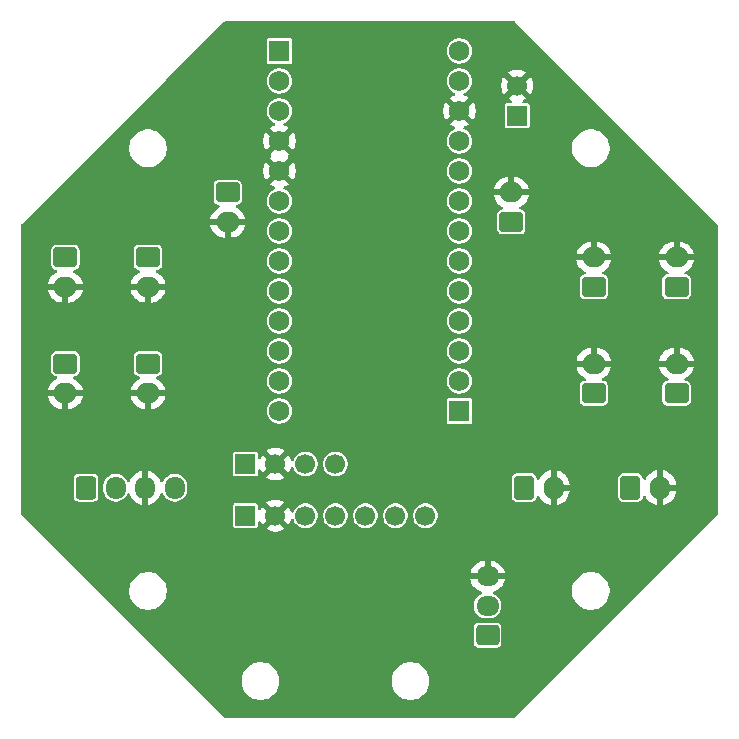
<source format=gbr>
%TF.GenerationSoftware,KiCad,Pcbnew,9.0.1*%
%TF.CreationDate,2025-05-03T16:32:41-05:00*%
%TF.ProjectId,WhackAMole,57686163-6b41-44d6-9f6c-652e6b696361,rev?*%
%TF.SameCoordinates,Original*%
%TF.FileFunction,Copper,L2,Bot*%
%TF.FilePolarity,Positive*%
%FSLAX46Y46*%
G04 Gerber Fmt 4.6, Leading zero omitted, Abs format (unit mm)*
G04 Created by KiCad (PCBNEW 9.0.1) date 2025-05-03 16:32:41*
%MOMM*%
%LPD*%
G01*
G04 APERTURE LIST*
G04 Aperture macros list*
%AMRoundRect*
0 Rectangle with rounded corners*
0 $1 Rounding radius*
0 $2 $3 $4 $5 $6 $7 $8 $9 X,Y pos of 4 corners*
0 Add a 4 corners polygon primitive as box body*
4,1,4,$2,$3,$4,$5,$6,$7,$8,$9,$2,$3,0*
0 Add four circle primitives for the rounded corners*
1,1,$1+$1,$2,$3*
1,1,$1+$1,$4,$5*
1,1,$1+$1,$6,$7*
1,1,$1+$1,$8,$9*
0 Add four rect primitives between the rounded corners*
20,1,$1+$1,$2,$3,$4,$5,0*
20,1,$1+$1,$4,$5,$6,$7,0*
20,1,$1+$1,$6,$7,$8,$9,0*
20,1,$1+$1,$8,$9,$2,$3,0*%
G04 Aperture macros list end*
%TA.AperFunction,ComponentPad*%
%ADD10R,1.752600X1.752600*%
%TD*%
%TA.AperFunction,ComponentPad*%
%ADD11C,1.752600*%
%TD*%
%TA.AperFunction,ComponentPad*%
%ADD12R,1.700000X1.700000*%
%TD*%
%TA.AperFunction,ComponentPad*%
%ADD13C,1.700000*%
%TD*%
%TA.AperFunction,ComponentPad*%
%ADD14RoundRect,0.250000X0.750000X-0.600000X0.750000X0.600000X-0.750000X0.600000X-0.750000X-0.600000X0*%
%TD*%
%TA.AperFunction,ComponentPad*%
%ADD15O,2.000000X1.700000*%
%TD*%
%TA.AperFunction,ComponentPad*%
%ADD16RoundRect,0.250000X-0.750000X0.600000X-0.750000X-0.600000X0.750000X-0.600000X0.750000X0.600000X0*%
%TD*%
%TA.AperFunction,ComponentPad*%
%ADD17RoundRect,0.250000X-0.600000X-0.750000X0.600000X-0.750000X0.600000X0.750000X-0.600000X0.750000X0*%
%TD*%
%TA.AperFunction,ComponentPad*%
%ADD18O,1.700000X2.000000*%
%TD*%
%TA.AperFunction,ComponentPad*%
%ADD19RoundRect,0.250000X-0.600000X-0.725000X0.600000X-0.725000X0.600000X0.725000X-0.600000X0.725000X0*%
%TD*%
%TA.AperFunction,ComponentPad*%
%ADD20O,1.700000X1.950000*%
%TD*%
%TA.AperFunction,ComponentPad*%
%ADD21RoundRect,0.250000X0.725000X-0.600000X0.725000X0.600000X-0.725000X0.600000X-0.725000X-0.600000X0*%
%TD*%
%TA.AperFunction,ComponentPad*%
%ADD22O,1.950000X1.700000*%
%TD*%
%TA.AperFunction,ViaPad*%
%ADD23C,0.600000*%
%TD*%
G04 APERTURE END LIST*
D10*
%TO.P,U2,1,D+*%
%TO.N,unconnected-(U2-D+-Pad1)*%
X124880000Y-78030000D03*
D11*
%TO.P,U2,2,D0*%
%TO.N,Game_Other*%
X124880000Y-80570000D03*
%TO.P,U2,3,D1*%
%TO.N,Game_LED3*%
X124880000Y-83110000D03*
%TO.P,U2,4,GND*%
%TO.N,GND*%
X124880000Y-85650000D03*
%TO.P,U2,5,GND*%
X124880000Y-88190000D03*
%TO.P,U2,6,D2*%
%TO.N,Game_BTN3*%
X124880000Y-90730000D03*
%TO.P,U2,7,D3*%
%TO.N,Game_LED2*%
X124880000Y-93270000D03*
%TO.P,U2,8,D4*%
%TO.N,Game_BTN2*%
X124880000Y-95810000D03*
%TO.P,U2,9,D5*%
%TO.N,Game_LED1*%
X124880000Y-98350000D03*
%TO.P,U2,10,D6*%
%TO.N,Game_BTN1*%
X124880000Y-100890000D03*
%TO.P,U2,11,D7*%
%TO.N,Amp_BCLK*%
X124880000Y-103430000D03*
%TO.P,U2,12,D8*%
%TO.N,Amp_LRCLK*%
X124880000Y-105970000D03*
%TO.P,U2,13,D9*%
%TO.N,Amp_DIN*%
X124880000Y-108510000D03*
%TO.P,U2,14,D-*%
%TO.N,unconnected-(U2-D--Pad14)*%
X140120000Y-78030000D03*
%TO.P,U2,15,RAW*%
%TO.N,+5V*%
X140120000Y-80570000D03*
%TO.P,U2,16,GND*%
%TO.N,GND*%
X140120000Y-83110000D03*
%TO.P,U2,17,RESET*%
%TO.N,unconnected-(U2-RESET-Pad17)*%
X140120000Y-85650000D03*
%TO.P,U2,18,3.3v*%
%TO.N,+3.3V*%
X140120000Y-88190000D03*
%TO.P,U2,19,A3/29*%
%TO.N,Game_LED4*%
X140120000Y-90730000D03*
%TO.P,U2,20,A2/28*%
%TO.N,unconnected-(U2-A2{slash}28-Pad20)*%
X140120000Y-93270000D03*
%TO.P,U2,21,A1/27*%
%TO.N,Game_Select*%
X140120000Y-95810000D03*
%TO.P,U2,22,A0/26*%
%TO.N,KB_Volume*%
X140120000Y-98350000D03*
%TO.P,U2,23,SCK/18*%
%TO.N,Game_BTN4*%
X140120000Y-100890000D03*
%TO.P,U2,24,MISO/20*%
%TO.N,Game_LED5*%
X140120000Y-103430000D03*
%TO.P,U2,25,MOSI/19*%
%TO.N,Game_BTN5*%
X140120000Y-105970000D03*
D10*
%TO.P,U2,26,D10*%
%TO.N,Game_Deactivate*%
X140120000Y-108510000D03*
%TD*%
D12*
%TO.P,J13,1,Pin_1*%
%TO.N,Game_Other*%
X145000000Y-83500000D03*
D13*
%TO.P,J13,2,Pin_2*%
%TO.N,GND*%
X145000000Y-80960000D03*
%TD*%
D14*
%TO.P,J8,1,Pin_1*%
%TO.N,Game_BTN4*%
X151500000Y-98000000D03*
D15*
%TO.P,J8,2,Pin_2*%
%TO.N,GND*%
X151500000Y-95500000D03*
%TD*%
D14*
%TO.P,J7,1,Pin_1*%
%TO.N,Game_LED4*%
X158500000Y-98000000D03*
D15*
%TO.P,J7,2,Pin_2*%
%TO.N,GND*%
X158500000Y-95500000D03*
%TD*%
D14*
%TO.P,J10,1,Pin_1*%
%TO.N,Game_BTN5*%
X151500000Y-107000000D03*
D15*
%TO.P,J10,2,Pin_2*%
%TO.N,GND*%
X151500000Y-104500000D03*
%TD*%
D16*
%TO.P,J3,1,Pin_1*%
%TO.N,Game_LED2*%
X106750000Y-95500000D03*
D15*
%TO.P,J3,2,Pin_2*%
%TO.N,GND*%
X106750000Y-98000000D03*
%TD*%
D17*
%TO.P,J12,1,Pin_1*%
%TO.N,Game_Deactivate*%
X145600000Y-115000000D03*
D18*
%TO.P,J12,2,Pin_2*%
%TO.N,GND*%
X148100000Y-115000000D03*
%TD*%
D19*
%TO.P,J14,1,Pin_1*%
%TO.N,unconnected-(J14-Pin_1-Pad1)*%
X108500000Y-115000000D03*
D20*
%TO.P,J14,2,Pin_2*%
%TO.N,+5V*%
X111000000Y-115000000D03*
%TO.P,J14,3,Pin_3*%
%TO.N,GND*%
X113500000Y-115000000D03*
%TO.P,J14,4,Pin_4*%
%TO.N,Game_Other*%
X116000000Y-115000000D03*
%TD*%
D12*
%TO.P,J16,1,Pin_1*%
%TO.N,+5V*%
X122000000Y-113000000D03*
D13*
%TO.P,J16,2,Pin_2*%
%TO.N,GND*%
X124540000Y-113000000D03*
%TO.P,J16,3,Pin_3*%
%TO.N,Amp_SD*%
X127080000Y-113000000D03*
%TO.P,J16,4,Pin_4*%
%TO.N,Amp_GAIN*%
X129620000Y-113000000D03*
%TD*%
D16*
%TO.P,J2,1,Pin_1*%
%TO.N,Game_BTN1*%
X113750000Y-104500000D03*
D15*
%TO.P,J2,2,Pin_2*%
%TO.N,GND*%
X113750000Y-107000000D03*
%TD*%
D14*
%TO.P,J6,1,Pin_1*%
%TO.N,Game_BTN3*%
X144500000Y-92500000D03*
D15*
%TO.P,J6,2,Pin_2*%
%TO.N,GND*%
X144500000Y-90000000D03*
%TD*%
D21*
%TO.P,RV1,1,1*%
%TO.N,+3.3V*%
X142500000Y-127500000D03*
D22*
%TO.P,RV1,2,2*%
%TO.N,KB_Volume*%
X142500000Y-125000000D03*
%TO.P,RV1,3,3*%
%TO.N,GND*%
X142500000Y-122500000D03*
%TD*%
D17*
%TO.P,J11,1,Pin_1*%
%TO.N,Game_Select*%
X154600000Y-115000000D03*
D18*
%TO.P,J11,2,Pin_2*%
%TO.N,GND*%
X157100000Y-115000000D03*
%TD*%
D12*
%TO.P,J15,1,Pin_1*%
%TO.N,+5V*%
X122000000Y-117370000D03*
D13*
%TO.P,J15,2,Pin_2*%
%TO.N,GND*%
X124540000Y-117370000D03*
%TO.P,J15,3,Pin_3*%
%TO.N,Amp_SD*%
X127080000Y-117370000D03*
%TO.P,J15,4,Pin_4*%
%TO.N,Amp_GAIN*%
X129620000Y-117370000D03*
%TO.P,J15,5,Pin_5*%
%TO.N,Amp_DIN*%
X132160000Y-117370000D03*
%TO.P,J15,6,Pin_6*%
%TO.N,Amp_BCLK*%
X134700000Y-117370000D03*
%TO.P,J15,7,Pin_7*%
%TO.N,Amp_LRCLK*%
X137240000Y-117370000D03*
%TD*%
D14*
%TO.P,J9,1,Pin_1*%
%TO.N,Game_LED5*%
X158500000Y-107000000D03*
D15*
%TO.P,J9,2,Pin_2*%
%TO.N,GND*%
X158500000Y-104500000D03*
%TD*%
D16*
%TO.P,J1,1,Pin_1*%
%TO.N,Game_LED1*%
X106750000Y-104500000D03*
D15*
%TO.P,J1,2,Pin_2*%
%TO.N,GND*%
X106750000Y-107000000D03*
%TD*%
D16*
%TO.P,J4,1,Pin_1*%
%TO.N,Game_BTN2*%
X113750000Y-95500000D03*
D15*
%TO.P,J4,2,Pin_2*%
%TO.N,GND*%
X113750000Y-98000000D03*
%TD*%
D16*
%TO.P,J5,1,Pin_1*%
%TO.N,Game_LED3*%
X120500000Y-90000000D03*
D15*
%TO.P,J5,2,Pin_2*%
%TO.N,GND*%
X120500000Y-92500000D03*
%TD*%
D23*
%TO.N,GND*%
X113500000Y-117000000D03*
X122000000Y-87800000D03*
X123700000Y-89600000D03*
X127750000Y-87500000D03*
X149700000Y-91200000D03*
X108100000Y-119700000D03*
X145400000Y-102200000D03*
X121200000Y-78200000D03*
X120800000Y-98100000D03*
X130900000Y-92100000D03*
X131900000Y-96100000D03*
X136900000Y-120600000D03*
X116600000Y-94900000D03*
X155100000Y-96800000D03*
X156700000Y-111100000D03*
X110100000Y-97400000D03*
X147900000Y-127400000D03*
X135250000Y-79000000D03*
X144200000Y-87300000D03*
X127200000Y-127300000D03*
X148400000Y-95300000D03*
X152500000Y-101400000D03*
X132900000Y-89800000D03*
X128600000Y-120300000D03*
X118900000Y-83800000D03*
X136200000Y-112900000D03*
X157600000Y-91000000D03*
X107500000Y-91700000D03*
X148300000Y-82100000D03*
X142700000Y-92100000D03*
X141900000Y-94400000D03*
X141600000Y-112500000D03*
X137500000Y-80800000D03*
X117100000Y-120000000D03*
X150900000Y-119600000D03*
X135900000Y-127000000D03*
X148400000Y-111400000D03*
X119600000Y-107800000D03*
X130100000Y-102300000D03*
X133500000Y-107700000D03*
X159500000Y-101500000D03*
X104600000Y-111700000D03*
X115300000Y-91900000D03*
X109800000Y-104500000D03*
X118300000Y-129400000D03*
X135900000Y-102400000D03*
X141700000Y-119500000D03*
%TD*%
%TA.AperFunction,Conductor*%
%TO.N,GND*%
G36*
X144805049Y-75528185D02*
G01*
X144825691Y-75544819D01*
X161955181Y-92674309D01*
X161988666Y-92735632D01*
X161991500Y-92761990D01*
X161991500Y-117238010D01*
X161971815Y-117305049D01*
X161955181Y-117325691D01*
X144825691Y-134455181D01*
X144764368Y-134488666D01*
X144738010Y-134491500D01*
X120261990Y-134491500D01*
X120194951Y-134471815D01*
X120174309Y-134455181D01*
X116963166Y-131244038D01*
X121669500Y-131244038D01*
X121669500Y-131495961D01*
X121708910Y-131744785D01*
X121786760Y-131984383D01*
X121901132Y-132208848D01*
X122049201Y-132412649D01*
X122049205Y-132412654D01*
X122227345Y-132590794D01*
X122227350Y-132590798D01*
X122405117Y-132719952D01*
X122431155Y-132738870D01*
X122574184Y-132811747D01*
X122655616Y-132853239D01*
X122655618Y-132853239D01*
X122655621Y-132853241D01*
X122895215Y-132931090D01*
X123144038Y-132970500D01*
X123144039Y-132970500D01*
X123395961Y-132970500D01*
X123395962Y-132970500D01*
X123644785Y-132931090D01*
X123884379Y-132853241D01*
X124108845Y-132738870D01*
X124312656Y-132590793D01*
X124490793Y-132412656D01*
X124638870Y-132208845D01*
X124753241Y-131984379D01*
X124831090Y-131744785D01*
X124870500Y-131495962D01*
X124870500Y-131244038D01*
X134369500Y-131244038D01*
X134369500Y-131495961D01*
X134408910Y-131744785D01*
X134486760Y-131984383D01*
X134601132Y-132208848D01*
X134749201Y-132412649D01*
X134749205Y-132412654D01*
X134927345Y-132590794D01*
X134927350Y-132590798D01*
X135105117Y-132719952D01*
X135131155Y-132738870D01*
X135274184Y-132811747D01*
X135355616Y-132853239D01*
X135355618Y-132853239D01*
X135355621Y-132853241D01*
X135595215Y-132931090D01*
X135844038Y-132970500D01*
X135844039Y-132970500D01*
X136095961Y-132970500D01*
X136095962Y-132970500D01*
X136344785Y-132931090D01*
X136584379Y-132853241D01*
X136808845Y-132738870D01*
X137012656Y-132590793D01*
X137190793Y-132412656D01*
X137338870Y-132208845D01*
X137453241Y-131984379D01*
X137531090Y-131744785D01*
X137570500Y-131495962D01*
X137570500Y-131244038D01*
X137531090Y-130995215D01*
X137453241Y-130755621D01*
X137453239Y-130755618D01*
X137453239Y-130755616D01*
X137411747Y-130674184D01*
X137338870Y-130531155D01*
X137319952Y-130505117D01*
X137190798Y-130327350D01*
X137190794Y-130327345D01*
X137012654Y-130149205D01*
X137012649Y-130149201D01*
X136808848Y-130001132D01*
X136808847Y-130001131D01*
X136808845Y-130001130D01*
X136738747Y-129965413D01*
X136584383Y-129886760D01*
X136344785Y-129808910D01*
X136095962Y-129769500D01*
X135844038Y-129769500D01*
X135719626Y-129789205D01*
X135595214Y-129808910D01*
X135355616Y-129886760D01*
X135131151Y-130001132D01*
X134927350Y-130149201D01*
X134927345Y-130149205D01*
X134749205Y-130327345D01*
X134749201Y-130327350D01*
X134601132Y-130531151D01*
X134486760Y-130755616D01*
X134408910Y-130995214D01*
X134369500Y-131244038D01*
X124870500Y-131244038D01*
X124831090Y-130995215D01*
X124753241Y-130755621D01*
X124753239Y-130755618D01*
X124753239Y-130755616D01*
X124711747Y-130674184D01*
X124638870Y-130531155D01*
X124619952Y-130505117D01*
X124490798Y-130327350D01*
X124490794Y-130327345D01*
X124312654Y-130149205D01*
X124312649Y-130149201D01*
X124108848Y-130001132D01*
X124108847Y-130001131D01*
X124108845Y-130001130D01*
X124038747Y-129965413D01*
X123884383Y-129886760D01*
X123644785Y-129808910D01*
X123395962Y-129769500D01*
X123144038Y-129769500D01*
X123019626Y-129789205D01*
X122895214Y-129808910D01*
X122655616Y-129886760D01*
X122431151Y-130001132D01*
X122227350Y-130149201D01*
X122227345Y-130149205D01*
X122049205Y-130327345D01*
X122049201Y-130327350D01*
X121901132Y-130531151D01*
X121786760Y-130755616D01*
X121708910Y-130995214D01*
X121669500Y-131244038D01*
X116963166Y-131244038D01*
X112564858Y-126845730D01*
X141324500Y-126845730D01*
X141324500Y-128154269D01*
X141327353Y-128184699D01*
X141327353Y-128184701D01*
X141372206Y-128312880D01*
X141372207Y-128312882D01*
X141452850Y-128422150D01*
X141562118Y-128502793D01*
X141604845Y-128517744D01*
X141690299Y-128547646D01*
X141720730Y-128550500D01*
X141720734Y-128550500D01*
X143279270Y-128550500D01*
X143309699Y-128547646D01*
X143309701Y-128547646D01*
X143373790Y-128525219D01*
X143437882Y-128502793D01*
X143547150Y-128422150D01*
X143627793Y-128312882D01*
X143650219Y-128248790D01*
X143672646Y-128184701D01*
X143672646Y-128184699D01*
X143675500Y-128154269D01*
X143675500Y-126845730D01*
X143672646Y-126815300D01*
X143672646Y-126815298D01*
X143627793Y-126687119D01*
X143627792Y-126687117D01*
X143547150Y-126577850D01*
X143437882Y-126497207D01*
X143437880Y-126497206D01*
X143309700Y-126452353D01*
X143279270Y-126449500D01*
X143279266Y-126449500D01*
X141720734Y-126449500D01*
X141720730Y-126449500D01*
X141690300Y-126452353D01*
X141690298Y-126452353D01*
X141562119Y-126497206D01*
X141562117Y-126497207D01*
X141452850Y-126577850D01*
X141372207Y-126687117D01*
X141372206Y-126687119D01*
X141327353Y-126815298D01*
X141327353Y-126815300D01*
X141324500Y-126845730D01*
X112564858Y-126845730D01*
X109343166Y-123624038D01*
X112149500Y-123624038D01*
X112149500Y-123875962D01*
X112180084Y-124069059D01*
X112188910Y-124124785D01*
X112266760Y-124364383D01*
X112381132Y-124588848D01*
X112529201Y-124792649D01*
X112529205Y-124792654D01*
X112707345Y-124970794D01*
X112707350Y-124970798D01*
X112885117Y-125099952D01*
X112911155Y-125118870D01*
X113054184Y-125191747D01*
X113135616Y-125233239D01*
X113135618Y-125233239D01*
X113135621Y-125233241D01*
X113375215Y-125311090D01*
X113624038Y-125350500D01*
X113624039Y-125350500D01*
X113875961Y-125350500D01*
X113875962Y-125350500D01*
X114124785Y-125311090D01*
X114364379Y-125233241D01*
X114588845Y-125118870D01*
X114792656Y-124970793D01*
X114970793Y-124792656D01*
X115118870Y-124588845D01*
X115233241Y-124364379D01*
X115311090Y-124124785D01*
X115350500Y-123875962D01*
X115350500Y-123624038D01*
X115311090Y-123375215D01*
X115233241Y-123135621D01*
X115233239Y-123135618D01*
X115233239Y-123135616D01*
X115173421Y-123018217D01*
X115118870Y-122911155D01*
X115096304Y-122880095D01*
X115027811Y-122785821D01*
X114970798Y-122707350D01*
X114970794Y-122707345D01*
X114792654Y-122529205D01*
X114792649Y-122529201D01*
X114597466Y-122387393D01*
X114597450Y-122387382D01*
X114588845Y-122381130D01*
X114364383Y-122266760D01*
X114312801Y-122250000D01*
X141047769Y-122250000D01*
X142095854Y-122250000D01*
X142057370Y-122316657D01*
X142025000Y-122437465D01*
X142025000Y-122562535D01*
X142057370Y-122683343D01*
X142095854Y-122750000D01*
X141047769Y-122750000D01*
X141058242Y-122816126D01*
X141058242Y-122816129D01*
X141123904Y-123018217D01*
X141220379Y-123207557D01*
X141345272Y-123379459D01*
X141345276Y-123379464D01*
X141495535Y-123529723D01*
X141495540Y-123529727D01*
X141667442Y-123654620D01*
X141856782Y-123751095D01*
X141978855Y-123790759D01*
X142036530Y-123830196D01*
X142063729Y-123894555D01*
X142051815Y-123963401D01*
X142004570Y-124014877D01*
X141987990Y-124023251D01*
X141877404Y-124069057D01*
X141705342Y-124184024D01*
X141559024Y-124330342D01*
X141444058Y-124502403D01*
X141364870Y-124693579D01*
X141364868Y-124693587D01*
X141324500Y-124896530D01*
X141324500Y-125103469D01*
X141364868Y-125306412D01*
X141364870Y-125306420D01*
X141444058Y-125497596D01*
X141559024Y-125669657D01*
X141705342Y-125815975D01*
X141705345Y-125815977D01*
X141877402Y-125930941D01*
X142068580Y-126010130D01*
X142271530Y-126050499D01*
X142271534Y-126050500D01*
X142271535Y-126050500D01*
X142728466Y-126050500D01*
X142728467Y-126050499D01*
X142931420Y-126010130D01*
X143122598Y-125930941D01*
X143294655Y-125815977D01*
X143440977Y-125669655D01*
X143555941Y-125497598D01*
X143635130Y-125306420D01*
X143675500Y-125103465D01*
X143675500Y-124896535D01*
X143635130Y-124693580D01*
X143555941Y-124502402D01*
X143440977Y-124330345D01*
X143440975Y-124330342D01*
X143294657Y-124184024D01*
X143122596Y-124069057D01*
X143012009Y-124023251D01*
X142957606Y-123979410D01*
X142935541Y-123913116D01*
X142952820Y-123845416D01*
X143003958Y-123797806D01*
X143021144Y-123790759D01*
X143143217Y-123751095D01*
X143332557Y-123654620D01*
X143374650Y-123624038D01*
X149649500Y-123624038D01*
X149649500Y-123875962D01*
X149680084Y-124069059D01*
X149688910Y-124124785D01*
X149766760Y-124364383D01*
X149881132Y-124588848D01*
X150029201Y-124792649D01*
X150029205Y-124792654D01*
X150207345Y-124970794D01*
X150207350Y-124970798D01*
X150385117Y-125099952D01*
X150411155Y-125118870D01*
X150554184Y-125191747D01*
X150635616Y-125233239D01*
X150635618Y-125233239D01*
X150635621Y-125233241D01*
X150875215Y-125311090D01*
X151124038Y-125350500D01*
X151124039Y-125350500D01*
X151375961Y-125350500D01*
X151375962Y-125350500D01*
X151624785Y-125311090D01*
X151864379Y-125233241D01*
X152088845Y-125118870D01*
X152292656Y-124970793D01*
X152470793Y-124792656D01*
X152618870Y-124588845D01*
X152733241Y-124364379D01*
X152811090Y-124124785D01*
X152850500Y-123875962D01*
X152850500Y-123624038D01*
X152811090Y-123375215D01*
X152733241Y-123135621D01*
X152733239Y-123135618D01*
X152733239Y-123135616D01*
X152673421Y-123018217D01*
X152618870Y-122911155D01*
X152527810Y-122785821D01*
X152470798Y-122707350D01*
X152470794Y-122707345D01*
X152292654Y-122529205D01*
X152292649Y-122529201D01*
X152088848Y-122381132D01*
X152088847Y-122381131D01*
X152088845Y-122381130D01*
X152018747Y-122345413D01*
X151864383Y-122266760D01*
X151624785Y-122188910D01*
X151592964Y-122183870D01*
X151375962Y-122149500D01*
X151124038Y-122149500D01*
X150999626Y-122169205D01*
X150875214Y-122188910D01*
X150635616Y-122266760D01*
X150411151Y-122381132D01*
X150207350Y-122529201D01*
X150207345Y-122529205D01*
X150029205Y-122707345D01*
X150029201Y-122707350D01*
X149881132Y-122911151D01*
X149766760Y-123135616D01*
X149688910Y-123375214D01*
X149649500Y-123624038D01*
X143374650Y-123624038D01*
X143504459Y-123529727D01*
X143504464Y-123529723D01*
X143654723Y-123379464D01*
X143654727Y-123379459D01*
X143779620Y-123207557D01*
X143876095Y-123018217D01*
X143941757Y-122816129D01*
X143941757Y-122816126D01*
X143952231Y-122750000D01*
X142904146Y-122750000D01*
X142942630Y-122683343D01*
X142975000Y-122562535D01*
X142975000Y-122437465D01*
X142942630Y-122316657D01*
X142904146Y-122250000D01*
X143952231Y-122250000D01*
X143941757Y-122183873D01*
X143941757Y-122183870D01*
X143876095Y-121981782D01*
X143779620Y-121792442D01*
X143654727Y-121620540D01*
X143654723Y-121620535D01*
X143504464Y-121470276D01*
X143504459Y-121470272D01*
X143332557Y-121345379D01*
X143143217Y-121248904D01*
X142941128Y-121183242D01*
X142750000Y-121152969D01*
X142750000Y-122095854D01*
X142683343Y-122057370D01*
X142562535Y-122025000D01*
X142437465Y-122025000D01*
X142316657Y-122057370D01*
X142250000Y-122095854D01*
X142250000Y-121152969D01*
X142058872Y-121183242D01*
X142058869Y-121183242D01*
X141856782Y-121248904D01*
X141667442Y-121345379D01*
X141495540Y-121470272D01*
X141495535Y-121470276D01*
X141345276Y-121620535D01*
X141345272Y-121620540D01*
X141220379Y-121792442D01*
X141123904Y-121981782D01*
X141058242Y-122183870D01*
X141058242Y-122183873D01*
X141047769Y-122250000D01*
X114312801Y-122250000D01*
X114124785Y-122188910D01*
X114092964Y-122183870D01*
X113875962Y-122149500D01*
X113624038Y-122149500D01*
X113499626Y-122169205D01*
X113375214Y-122188910D01*
X113135616Y-122266760D01*
X112911151Y-122381132D01*
X112707350Y-122529201D01*
X112707345Y-122529205D01*
X112529205Y-122707345D01*
X112529201Y-122707350D01*
X112381132Y-122911151D01*
X112266760Y-123135616D01*
X112188910Y-123375214D01*
X112149500Y-123624038D01*
X109343166Y-123624038D01*
X103044819Y-117325691D01*
X103011334Y-117264368D01*
X103008500Y-117238010D01*
X103008500Y-116500247D01*
X120949500Y-116500247D01*
X120949500Y-118239752D01*
X120961131Y-118298229D01*
X120961132Y-118298230D01*
X121005447Y-118364552D01*
X121071769Y-118408867D01*
X121071770Y-118408868D01*
X121130247Y-118420499D01*
X121130250Y-118420500D01*
X121130252Y-118420500D01*
X122869750Y-118420500D01*
X122869751Y-118420499D01*
X122884568Y-118417552D01*
X122928229Y-118408868D01*
X122928229Y-118408867D01*
X122928231Y-118408867D01*
X122994552Y-118364552D01*
X123038867Y-118298231D01*
X123038867Y-118298229D01*
X123038868Y-118298229D01*
X123050499Y-118239752D01*
X123050500Y-118239750D01*
X123050500Y-117936048D01*
X123070185Y-117869009D01*
X123122989Y-117823254D01*
X123192147Y-117813310D01*
X123255703Y-117842335D01*
X123285938Y-117884264D01*
X123286694Y-117883879D01*
X123385375Y-118077550D01*
X123424728Y-118131716D01*
X124057037Y-117499408D01*
X124074075Y-117562993D01*
X124139901Y-117677007D01*
X124232993Y-117770099D01*
X124347007Y-117835925D01*
X124410590Y-117852962D01*
X123778282Y-118485269D01*
X123778282Y-118485270D01*
X123832449Y-118524624D01*
X124021782Y-118621095D01*
X124223870Y-118686757D01*
X124433754Y-118720000D01*
X124646246Y-118720000D01*
X124856127Y-118686757D01*
X124856130Y-118686757D01*
X125058217Y-118621095D01*
X125247554Y-118524622D01*
X125301716Y-118485270D01*
X125301717Y-118485270D01*
X124669408Y-117852962D01*
X124732993Y-117835925D01*
X124847007Y-117770099D01*
X124940099Y-117677007D01*
X125005925Y-117562993D01*
X125022962Y-117499408D01*
X125655270Y-118131717D01*
X125655270Y-118131716D01*
X125694622Y-118077554D01*
X125791095Y-117888217D01*
X125848343Y-117712026D01*
X125887780Y-117654351D01*
X125952139Y-117627152D01*
X126020985Y-117639066D01*
X126072461Y-117686310D01*
X126080835Y-117702891D01*
X126149058Y-117867596D01*
X126264024Y-118039657D01*
X126410342Y-118185975D01*
X126410345Y-118185977D01*
X126582402Y-118300941D01*
X126773580Y-118380130D01*
X126918052Y-118408867D01*
X126976530Y-118420499D01*
X126976534Y-118420500D01*
X126976535Y-118420500D01*
X127183466Y-118420500D01*
X127183467Y-118420499D01*
X127386420Y-118380130D01*
X127577598Y-118300941D01*
X127749655Y-118185977D01*
X127895977Y-118039655D01*
X128010941Y-117867598D01*
X128090130Y-117676420D01*
X128130500Y-117473465D01*
X128130500Y-117266535D01*
X128130499Y-117266530D01*
X128569500Y-117266530D01*
X128569500Y-117473469D01*
X128609868Y-117676412D01*
X128609870Y-117676420D01*
X128689058Y-117867596D01*
X128804024Y-118039657D01*
X128950342Y-118185975D01*
X128950345Y-118185977D01*
X129122402Y-118300941D01*
X129313580Y-118380130D01*
X129458052Y-118408867D01*
X129516530Y-118420499D01*
X129516534Y-118420500D01*
X129516535Y-118420500D01*
X129723466Y-118420500D01*
X129723467Y-118420499D01*
X129926420Y-118380130D01*
X130117598Y-118300941D01*
X130289655Y-118185977D01*
X130435977Y-118039655D01*
X130550941Y-117867598D01*
X130630130Y-117676420D01*
X130670500Y-117473465D01*
X130670500Y-117266535D01*
X130670499Y-117266530D01*
X131109500Y-117266530D01*
X131109500Y-117473469D01*
X131149868Y-117676412D01*
X131149870Y-117676420D01*
X131229058Y-117867596D01*
X131344024Y-118039657D01*
X131490342Y-118185975D01*
X131490345Y-118185977D01*
X131662402Y-118300941D01*
X131853580Y-118380130D01*
X131998052Y-118408867D01*
X132056530Y-118420499D01*
X132056534Y-118420500D01*
X132056535Y-118420500D01*
X132263466Y-118420500D01*
X132263467Y-118420499D01*
X132466420Y-118380130D01*
X132657598Y-118300941D01*
X132829655Y-118185977D01*
X132975977Y-118039655D01*
X133090941Y-117867598D01*
X133170130Y-117676420D01*
X133210500Y-117473465D01*
X133210500Y-117266535D01*
X133210499Y-117266530D01*
X133649500Y-117266530D01*
X133649500Y-117473469D01*
X133689868Y-117676412D01*
X133689870Y-117676420D01*
X133769058Y-117867596D01*
X133884024Y-118039657D01*
X134030342Y-118185975D01*
X134030345Y-118185977D01*
X134202402Y-118300941D01*
X134393580Y-118380130D01*
X134538052Y-118408867D01*
X134596530Y-118420499D01*
X134596534Y-118420500D01*
X134596535Y-118420500D01*
X134803466Y-118420500D01*
X134803467Y-118420499D01*
X135006420Y-118380130D01*
X135197598Y-118300941D01*
X135369655Y-118185977D01*
X135515977Y-118039655D01*
X135630941Y-117867598D01*
X135710130Y-117676420D01*
X135750500Y-117473465D01*
X135750500Y-117266535D01*
X135750499Y-117266530D01*
X136189500Y-117266530D01*
X136189500Y-117473469D01*
X136229868Y-117676412D01*
X136229870Y-117676420D01*
X136309058Y-117867596D01*
X136424024Y-118039657D01*
X136570342Y-118185975D01*
X136570345Y-118185977D01*
X136742402Y-118300941D01*
X136933580Y-118380130D01*
X137078052Y-118408867D01*
X137136530Y-118420499D01*
X137136534Y-118420500D01*
X137136535Y-118420500D01*
X137343466Y-118420500D01*
X137343467Y-118420499D01*
X137546420Y-118380130D01*
X137737598Y-118300941D01*
X137909655Y-118185977D01*
X138055977Y-118039655D01*
X138170941Y-117867598D01*
X138250130Y-117676420D01*
X138290500Y-117473465D01*
X138290500Y-117266535D01*
X138250130Y-117063580D01*
X138170941Y-116872402D01*
X138055977Y-116700345D01*
X138055975Y-116700342D01*
X137909657Y-116554024D01*
X137741655Y-116441770D01*
X137737598Y-116439059D01*
X137645945Y-116401095D01*
X137546420Y-116359870D01*
X137546412Y-116359868D01*
X137343469Y-116319500D01*
X137343465Y-116319500D01*
X137136535Y-116319500D01*
X137136530Y-116319500D01*
X136933587Y-116359868D01*
X136933579Y-116359870D01*
X136742403Y-116439058D01*
X136570342Y-116554024D01*
X136424024Y-116700342D01*
X136309058Y-116872403D01*
X136229870Y-117063579D01*
X136229868Y-117063587D01*
X136189500Y-117266530D01*
X135750499Y-117266530D01*
X135710130Y-117063580D01*
X135630941Y-116872402D01*
X135515977Y-116700345D01*
X135515975Y-116700342D01*
X135369657Y-116554024D01*
X135201655Y-116441770D01*
X135197598Y-116439059D01*
X135105945Y-116401095D01*
X135006420Y-116359870D01*
X135006412Y-116359868D01*
X134803469Y-116319500D01*
X134803465Y-116319500D01*
X134596535Y-116319500D01*
X134596530Y-116319500D01*
X134393587Y-116359868D01*
X134393579Y-116359870D01*
X134202403Y-116439058D01*
X134030342Y-116554024D01*
X133884024Y-116700342D01*
X133769058Y-116872403D01*
X133689870Y-117063579D01*
X133689868Y-117063587D01*
X133649500Y-117266530D01*
X133210499Y-117266530D01*
X133170130Y-117063580D01*
X133090941Y-116872402D01*
X132975977Y-116700345D01*
X132975975Y-116700342D01*
X132829657Y-116554024D01*
X132661655Y-116441770D01*
X132657598Y-116439059D01*
X132565945Y-116401095D01*
X132466420Y-116359870D01*
X132466412Y-116359868D01*
X132263469Y-116319500D01*
X132263465Y-116319500D01*
X132056535Y-116319500D01*
X132056530Y-116319500D01*
X131853587Y-116359868D01*
X131853579Y-116359870D01*
X131662403Y-116439058D01*
X131490342Y-116554024D01*
X131344024Y-116700342D01*
X131229058Y-116872403D01*
X131149870Y-117063579D01*
X131149868Y-117063587D01*
X131109500Y-117266530D01*
X130670499Y-117266530D01*
X130630130Y-117063580D01*
X130550941Y-116872402D01*
X130435977Y-116700345D01*
X130435975Y-116700342D01*
X130289657Y-116554024D01*
X130121655Y-116441770D01*
X130117598Y-116439059D01*
X130025945Y-116401095D01*
X129926420Y-116359870D01*
X129926412Y-116359868D01*
X129723469Y-116319500D01*
X129723465Y-116319500D01*
X129516535Y-116319500D01*
X129516530Y-116319500D01*
X129313587Y-116359868D01*
X129313579Y-116359870D01*
X129122403Y-116439058D01*
X128950342Y-116554024D01*
X128804024Y-116700342D01*
X128689058Y-116872403D01*
X128609870Y-117063579D01*
X128609868Y-117063587D01*
X128569500Y-117266530D01*
X128130499Y-117266530D01*
X128090130Y-117063580D01*
X128010941Y-116872402D01*
X127895977Y-116700345D01*
X127895975Y-116700342D01*
X127749657Y-116554024D01*
X127581655Y-116441770D01*
X127577598Y-116439059D01*
X127485945Y-116401095D01*
X127386420Y-116359870D01*
X127386412Y-116359868D01*
X127183469Y-116319500D01*
X127183465Y-116319500D01*
X126976535Y-116319500D01*
X126976530Y-116319500D01*
X126773587Y-116359868D01*
X126773579Y-116359870D01*
X126582403Y-116439058D01*
X126410342Y-116554024D01*
X126264024Y-116700342D01*
X126149057Y-116872403D01*
X126080835Y-117037108D01*
X126036994Y-117091511D01*
X125970700Y-117113576D01*
X125903000Y-117096297D01*
X125855390Y-117045159D01*
X125848343Y-117027973D01*
X125791095Y-116851782D01*
X125694624Y-116662449D01*
X125655270Y-116608282D01*
X125655269Y-116608282D01*
X125022962Y-117240590D01*
X125005925Y-117177007D01*
X124940099Y-117062993D01*
X124847007Y-116969901D01*
X124732993Y-116904075D01*
X124669409Y-116887037D01*
X125301716Y-116254728D01*
X125247550Y-116215375D01*
X125058217Y-116118904D01*
X124856129Y-116053242D01*
X124646246Y-116020000D01*
X124433754Y-116020000D01*
X124223872Y-116053242D01*
X124223869Y-116053242D01*
X124021782Y-116118904D01*
X123832439Y-116215380D01*
X123778282Y-116254727D01*
X123778282Y-116254728D01*
X124410591Y-116887037D01*
X124347007Y-116904075D01*
X124232993Y-116969901D01*
X124139901Y-117062993D01*
X124074075Y-117177007D01*
X124057037Y-117240591D01*
X123424728Y-116608282D01*
X123424727Y-116608282D01*
X123385380Y-116662439D01*
X123286694Y-116856121D01*
X123285678Y-116855603D01*
X123245212Y-116905813D01*
X123178916Y-116927872D01*
X123111218Y-116910588D01*
X123063612Y-116859447D01*
X123050500Y-116803951D01*
X123050500Y-116500249D01*
X123050499Y-116500247D01*
X123038868Y-116441770D01*
X123038867Y-116441769D01*
X122994552Y-116375447D01*
X122928230Y-116331132D01*
X122928229Y-116331131D01*
X122869752Y-116319500D01*
X122869748Y-116319500D01*
X121130252Y-116319500D01*
X121130247Y-116319500D01*
X121071770Y-116331131D01*
X121071769Y-116331132D01*
X121005447Y-116375447D01*
X120961132Y-116441769D01*
X120961131Y-116441770D01*
X120949500Y-116500247D01*
X103008500Y-116500247D01*
X103008500Y-114220730D01*
X107449500Y-114220730D01*
X107449500Y-115779269D01*
X107452353Y-115809699D01*
X107452353Y-115809701D01*
X107497206Y-115937880D01*
X107497207Y-115937882D01*
X107577850Y-116047150D01*
X107687118Y-116127793D01*
X107708089Y-116135131D01*
X107815299Y-116172646D01*
X107845730Y-116175500D01*
X107845734Y-116175500D01*
X109154270Y-116175500D01*
X109184699Y-116172646D01*
X109184701Y-116172646D01*
X109248790Y-116150219D01*
X109312882Y-116127793D01*
X109422150Y-116047150D01*
X109502793Y-115937882D01*
X109530900Y-115857557D01*
X109547646Y-115809701D01*
X109547646Y-115809699D01*
X109550500Y-115779269D01*
X109550500Y-114771530D01*
X109949500Y-114771530D01*
X109949500Y-115228469D01*
X109989868Y-115431412D01*
X109989870Y-115431420D01*
X110007921Y-115475000D01*
X110069059Y-115622598D01*
X110102459Y-115672585D01*
X110184024Y-115794657D01*
X110330342Y-115940975D01*
X110330345Y-115940977D01*
X110502402Y-116055941D01*
X110693580Y-116135130D01*
X110882187Y-116172646D01*
X110896530Y-116175499D01*
X110896534Y-116175500D01*
X110896535Y-116175500D01*
X111103466Y-116175500D01*
X111103467Y-116175499D01*
X111306420Y-116135130D01*
X111497598Y-116055941D01*
X111669655Y-115940977D01*
X111815977Y-115794655D01*
X111930941Y-115622598D01*
X111976748Y-115512009D01*
X112020589Y-115457606D01*
X112086883Y-115435541D01*
X112154582Y-115452820D01*
X112202193Y-115503957D01*
X112209240Y-115521144D01*
X112248904Y-115643216D01*
X112345379Y-115832557D01*
X112470272Y-116004459D01*
X112470276Y-116004464D01*
X112620535Y-116154723D01*
X112620540Y-116154727D01*
X112792442Y-116279620D01*
X112981782Y-116376095D01*
X113183871Y-116441757D01*
X113250000Y-116452231D01*
X113250000Y-115404145D01*
X113316657Y-115442630D01*
X113437465Y-115475000D01*
X113562535Y-115475000D01*
X113683343Y-115442630D01*
X113750000Y-115404145D01*
X113750000Y-116452230D01*
X113816126Y-116441757D01*
X113816129Y-116441757D01*
X114017807Y-116376229D01*
X114017807Y-116376228D01*
X114018216Y-116376096D01*
X114207557Y-116279620D01*
X114379459Y-116154727D01*
X114379464Y-116154723D01*
X114529723Y-116004464D01*
X114529727Y-116004459D01*
X114654620Y-115832557D01*
X114751095Y-115643217D01*
X114790759Y-115521144D01*
X114830196Y-115463469D01*
X114894555Y-115436270D01*
X114963401Y-115448184D01*
X115014877Y-115495428D01*
X115023251Y-115512009D01*
X115069057Y-115622596D01*
X115184024Y-115794657D01*
X115330342Y-115940975D01*
X115330345Y-115940977D01*
X115502402Y-116055941D01*
X115693580Y-116135130D01*
X115882187Y-116172646D01*
X115896530Y-116175499D01*
X115896534Y-116175500D01*
X115896535Y-116175500D01*
X116103466Y-116175500D01*
X116103467Y-116175499D01*
X116306420Y-116135130D01*
X116497598Y-116055941D01*
X116669655Y-115940977D01*
X116815977Y-115794655D01*
X116930941Y-115622598D01*
X117010130Y-115431420D01*
X117050500Y-115228465D01*
X117050500Y-114771535D01*
X117010130Y-114568580D01*
X116930941Y-114377402D01*
X116815977Y-114205345D01*
X116815975Y-114205342D01*
X116669657Y-114059024D01*
X116537222Y-113970535D01*
X116497598Y-113944059D01*
X116459381Y-113928229D01*
X116306420Y-113864870D01*
X116306412Y-113864868D01*
X116103469Y-113824500D01*
X116103465Y-113824500D01*
X115896535Y-113824500D01*
X115896530Y-113824500D01*
X115693587Y-113864868D01*
X115693579Y-113864870D01*
X115502403Y-113944058D01*
X115330342Y-114059024D01*
X115184024Y-114205342D01*
X115069057Y-114377404D01*
X115023251Y-114487990D01*
X114979409Y-114542394D01*
X114913115Y-114564458D01*
X114845416Y-114547178D01*
X114797806Y-114496041D01*
X114790759Y-114478855D01*
X114751095Y-114356782D01*
X114654620Y-114167442D01*
X114529727Y-113995540D01*
X114529723Y-113995535D01*
X114379464Y-113845276D01*
X114379459Y-113845272D01*
X114207557Y-113720379D01*
X114018215Y-113623903D01*
X113816124Y-113558241D01*
X113750000Y-113547768D01*
X113750000Y-114595854D01*
X113683343Y-114557370D01*
X113562535Y-114525000D01*
X113437465Y-114525000D01*
X113316657Y-114557370D01*
X113250000Y-114595854D01*
X113250000Y-113547768D01*
X113249999Y-113547768D01*
X113183875Y-113558241D01*
X112981784Y-113623903D01*
X112792442Y-113720379D01*
X112620540Y-113845272D01*
X112620535Y-113845276D01*
X112470276Y-113995535D01*
X112470272Y-113995540D01*
X112345379Y-114167442D01*
X112248905Y-114356781D01*
X112209240Y-114478856D01*
X112169802Y-114536531D01*
X112105443Y-114563729D01*
X112036597Y-114551814D01*
X111985121Y-114504570D01*
X111976748Y-114487990D01*
X111972964Y-114478855D01*
X111930941Y-114377402D01*
X111815977Y-114205345D01*
X111815975Y-114205342D01*
X111669657Y-114059024D01*
X111537222Y-113970535D01*
X111497598Y-113944059D01*
X111459381Y-113928229D01*
X111306420Y-113864870D01*
X111306412Y-113864868D01*
X111103469Y-113824500D01*
X111103465Y-113824500D01*
X110896535Y-113824500D01*
X110896530Y-113824500D01*
X110693587Y-113864868D01*
X110693579Y-113864870D01*
X110502403Y-113944058D01*
X110330342Y-114059024D01*
X110184024Y-114205342D01*
X110069058Y-114377403D01*
X109989870Y-114568579D01*
X109989868Y-114568587D01*
X109949500Y-114771530D01*
X109550500Y-114771530D01*
X109550500Y-114220730D01*
X109547646Y-114190300D01*
X109547646Y-114190298D01*
X109502793Y-114062119D01*
X109502792Y-114062117D01*
X109422150Y-113952850D01*
X109312882Y-113872207D01*
X109312880Y-113872206D01*
X109184700Y-113827353D01*
X109154270Y-113824500D01*
X109154266Y-113824500D01*
X107845734Y-113824500D01*
X107845730Y-113824500D01*
X107815300Y-113827353D01*
X107815298Y-113827353D01*
X107687119Y-113872206D01*
X107687117Y-113872207D01*
X107577850Y-113952850D01*
X107497207Y-114062117D01*
X107497206Y-114062119D01*
X107452353Y-114190298D01*
X107452353Y-114190300D01*
X107449500Y-114220730D01*
X103008500Y-114220730D01*
X103008500Y-112130247D01*
X120949500Y-112130247D01*
X120949500Y-113869752D01*
X120961131Y-113928229D01*
X120961132Y-113928230D01*
X121005447Y-113994552D01*
X121071769Y-114038867D01*
X121071770Y-114038868D01*
X121130247Y-114050499D01*
X121130250Y-114050500D01*
X121130252Y-114050500D01*
X122869750Y-114050500D01*
X122869751Y-114050499D01*
X122884568Y-114047552D01*
X122928229Y-114038868D01*
X122928229Y-114038867D01*
X122928231Y-114038867D01*
X122994552Y-113994552D01*
X123038867Y-113928231D01*
X123038867Y-113928229D01*
X123038868Y-113928229D01*
X123050499Y-113869752D01*
X123050500Y-113869750D01*
X123050500Y-113566048D01*
X123070185Y-113499009D01*
X123122989Y-113453254D01*
X123192147Y-113443310D01*
X123255703Y-113472335D01*
X123285938Y-113514264D01*
X123286694Y-113513879D01*
X123385375Y-113707550D01*
X123424728Y-113761716D01*
X124057037Y-113129408D01*
X124074075Y-113192993D01*
X124139901Y-113307007D01*
X124232993Y-113400099D01*
X124347007Y-113465925D01*
X124410590Y-113482962D01*
X123778282Y-114115269D01*
X123778282Y-114115270D01*
X123832449Y-114154624D01*
X124021782Y-114251095D01*
X124223870Y-114316757D01*
X124433754Y-114350000D01*
X124646246Y-114350000D01*
X124856127Y-114316757D01*
X124856130Y-114316757D01*
X125058217Y-114251095D01*
X125166876Y-114195730D01*
X144549500Y-114195730D01*
X144549500Y-115804269D01*
X144552353Y-115834699D01*
X144552353Y-115834701D01*
X144588458Y-115937880D01*
X144597207Y-115962882D01*
X144677850Y-116072150D01*
X144787118Y-116152793D01*
X144829845Y-116167744D01*
X144915299Y-116197646D01*
X144945730Y-116200500D01*
X144945734Y-116200500D01*
X146254270Y-116200500D01*
X146284699Y-116197646D01*
X146284701Y-116197646D01*
X146356145Y-116172646D01*
X146412882Y-116152793D01*
X146522150Y-116072150D01*
X146602793Y-115962882D01*
X146639648Y-115857557D01*
X146647646Y-115834701D01*
X146647646Y-115834699D01*
X146650500Y-115804269D01*
X146650500Y-115795323D01*
X146670185Y-115728284D01*
X146722989Y-115682529D01*
X146792147Y-115672585D01*
X146855703Y-115701610D01*
X146884985Y-115739028D01*
X146945379Y-115857557D01*
X147070272Y-116029459D01*
X147070276Y-116029464D01*
X147220535Y-116179723D01*
X147220540Y-116179727D01*
X147392442Y-116304620D01*
X147581782Y-116401095D01*
X147783871Y-116466757D01*
X147850000Y-116477231D01*
X147850000Y-115433012D01*
X147907007Y-115465925D01*
X148034174Y-115500000D01*
X148165826Y-115500000D01*
X148292993Y-115465925D01*
X148350000Y-115433012D01*
X148350000Y-116477230D01*
X148416126Y-116466757D01*
X148416129Y-116466757D01*
X148618217Y-116401095D01*
X148807557Y-116304620D01*
X148979459Y-116179727D01*
X148979464Y-116179723D01*
X149129723Y-116029464D01*
X149129727Y-116029459D01*
X149254620Y-115857557D01*
X149351095Y-115668217D01*
X149416757Y-115466130D01*
X149416757Y-115466127D01*
X149450000Y-115256246D01*
X149450000Y-115250000D01*
X148533012Y-115250000D01*
X148565925Y-115192993D01*
X148600000Y-115065826D01*
X148600000Y-114934174D01*
X148565925Y-114807007D01*
X148533012Y-114750000D01*
X149450000Y-114750000D01*
X149450000Y-114743753D01*
X149416757Y-114533872D01*
X149416757Y-114533869D01*
X149351095Y-114331782D01*
X149308982Y-114249130D01*
X149308981Y-114249128D01*
X149281773Y-114195730D01*
X153549500Y-114195730D01*
X153549500Y-115804269D01*
X153552353Y-115834699D01*
X153552353Y-115834701D01*
X153588458Y-115937880D01*
X153597207Y-115962882D01*
X153677850Y-116072150D01*
X153787118Y-116152793D01*
X153829845Y-116167744D01*
X153915299Y-116197646D01*
X153945730Y-116200500D01*
X153945734Y-116200500D01*
X155254270Y-116200500D01*
X155284699Y-116197646D01*
X155284701Y-116197646D01*
X155356145Y-116172646D01*
X155412882Y-116152793D01*
X155522150Y-116072150D01*
X155602793Y-115962882D01*
X155639648Y-115857557D01*
X155647646Y-115834701D01*
X155647646Y-115834699D01*
X155650500Y-115804269D01*
X155650500Y-115795323D01*
X155670185Y-115728284D01*
X155722989Y-115682529D01*
X155792147Y-115672585D01*
X155855703Y-115701610D01*
X155884985Y-115739028D01*
X155945379Y-115857557D01*
X156070272Y-116029459D01*
X156070276Y-116029464D01*
X156220535Y-116179723D01*
X156220540Y-116179727D01*
X156392442Y-116304620D01*
X156581782Y-116401095D01*
X156783871Y-116466757D01*
X156850000Y-116477231D01*
X156850000Y-115433012D01*
X156907007Y-115465925D01*
X157034174Y-115500000D01*
X157165826Y-115500000D01*
X157292993Y-115465925D01*
X157350000Y-115433012D01*
X157350000Y-116477230D01*
X157416126Y-116466757D01*
X157416129Y-116466757D01*
X157618217Y-116401095D01*
X157807557Y-116304620D01*
X157979459Y-116179727D01*
X157979464Y-116179723D01*
X158129723Y-116029464D01*
X158129727Y-116029459D01*
X158254620Y-115857557D01*
X158351095Y-115668217D01*
X158416757Y-115466130D01*
X158416757Y-115466127D01*
X158450000Y-115256246D01*
X158450000Y-115250000D01*
X157533012Y-115250000D01*
X157565925Y-115192993D01*
X157600000Y-115065826D01*
X157600000Y-114934174D01*
X157565925Y-114807007D01*
X157533012Y-114750000D01*
X158450000Y-114750000D01*
X158450000Y-114743753D01*
X158416757Y-114533872D01*
X158416757Y-114533869D01*
X158351095Y-114331782D01*
X158254620Y-114142442D01*
X158129727Y-113970540D01*
X158129723Y-113970535D01*
X157979464Y-113820276D01*
X157979459Y-113820272D01*
X157807557Y-113695379D01*
X157618215Y-113598903D01*
X157416124Y-113533241D01*
X157350000Y-113522768D01*
X157350000Y-114566988D01*
X157292993Y-114534075D01*
X157165826Y-114500000D01*
X157034174Y-114500000D01*
X156907007Y-114534075D01*
X156850000Y-114566988D01*
X156850000Y-113522768D01*
X156849999Y-113522768D01*
X156783875Y-113533241D01*
X156581784Y-113598903D01*
X156392442Y-113695379D01*
X156220540Y-113820272D01*
X156220535Y-113820276D01*
X156070276Y-113970535D01*
X156070272Y-113970540D01*
X155945379Y-114142442D01*
X155884985Y-114260971D01*
X155837010Y-114311767D01*
X155769189Y-114328562D01*
X155703054Y-114306024D01*
X155659603Y-114251309D01*
X155650500Y-114204676D01*
X155650500Y-114195730D01*
X155647646Y-114165300D01*
X155647646Y-114165298D01*
X155610458Y-114059023D01*
X155602793Y-114037118D01*
X155522150Y-113927850D01*
X155412882Y-113847207D01*
X155412880Y-113847206D01*
X155284700Y-113802353D01*
X155254270Y-113799500D01*
X155254266Y-113799500D01*
X153945734Y-113799500D01*
X153945730Y-113799500D01*
X153915300Y-113802353D01*
X153915298Y-113802353D01*
X153787119Y-113847206D01*
X153787117Y-113847207D01*
X153677850Y-113927850D01*
X153597207Y-114037117D01*
X153597206Y-114037119D01*
X153552353Y-114165298D01*
X153552353Y-114165300D01*
X153549500Y-114195730D01*
X149281773Y-114195730D01*
X149254622Y-114142444D01*
X149129727Y-113970540D01*
X149129723Y-113970535D01*
X148979464Y-113820276D01*
X148979459Y-113820272D01*
X148807557Y-113695379D01*
X148618215Y-113598903D01*
X148416124Y-113533241D01*
X148350000Y-113522768D01*
X148350000Y-114566988D01*
X148292993Y-114534075D01*
X148165826Y-114500000D01*
X148034174Y-114500000D01*
X147907007Y-114534075D01*
X147850000Y-114566988D01*
X147850000Y-113522768D01*
X147849999Y-113522768D01*
X147783875Y-113533241D01*
X147581784Y-113598903D01*
X147392442Y-113695379D01*
X147220540Y-113820272D01*
X147220535Y-113820276D01*
X147070276Y-113970535D01*
X147070272Y-113970540D01*
X146945379Y-114142442D01*
X146884985Y-114260971D01*
X146837010Y-114311767D01*
X146769189Y-114328562D01*
X146703054Y-114306024D01*
X146659603Y-114251309D01*
X146650500Y-114204676D01*
X146650500Y-114195730D01*
X146647646Y-114165300D01*
X146647646Y-114165298D01*
X146610458Y-114059023D01*
X146602793Y-114037118D01*
X146522150Y-113927850D01*
X146412882Y-113847207D01*
X146412880Y-113847206D01*
X146284700Y-113802353D01*
X146254270Y-113799500D01*
X146254266Y-113799500D01*
X144945734Y-113799500D01*
X144945730Y-113799500D01*
X144915300Y-113802353D01*
X144915298Y-113802353D01*
X144787119Y-113847206D01*
X144787117Y-113847207D01*
X144677850Y-113927850D01*
X144597207Y-114037117D01*
X144597206Y-114037119D01*
X144552353Y-114165298D01*
X144552353Y-114165300D01*
X144549500Y-114195730D01*
X125166876Y-114195730D01*
X125247554Y-114154622D01*
X125301716Y-114115271D01*
X125301717Y-114115270D01*
X124669408Y-113482962D01*
X124732993Y-113465925D01*
X124847007Y-113400099D01*
X124940099Y-113307007D01*
X125005925Y-113192993D01*
X125022962Y-113129408D01*
X125655270Y-113761717D01*
X125655270Y-113761716D01*
X125694622Y-113707554D01*
X125791095Y-113518217D01*
X125848343Y-113342026D01*
X125887780Y-113284351D01*
X125952139Y-113257152D01*
X126020985Y-113269066D01*
X126072461Y-113316310D01*
X126080835Y-113332891D01*
X126149058Y-113497596D01*
X126264024Y-113669657D01*
X126410342Y-113815975D01*
X126410345Y-113815977D01*
X126582402Y-113930941D01*
X126773580Y-114010130D01*
X126909254Y-114037117D01*
X126976530Y-114050499D01*
X126976534Y-114050500D01*
X126976535Y-114050500D01*
X127183466Y-114050500D01*
X127183467Y-114050499D01*
X127386420Y-114010130D01*
X127577598Y-113930941D01*
X127749655Y-113815977D01*
X127895977Y-113669655D01*
X128010941Y-113497598D01*
X128090130Y-113306420D01*
X128130500Y-113103465D01*
X128130500Y-112896535D01*
X128130499Y-112896530D01*
X128569500Y-112896530D01*
X128569500Y-113103469D01*
X128609868Y-113306412D01*
X128609870Y-113306420D01*
X128689058Y-113497596D01*
X128804024Y-113669657D01*
X128950342Y-113815975D01*
X128950345Y-113815977D01*
X129122402Y-113930941D01*
X129313580Y-114010130D01*
X129449254Y-114037117D01*
X129516530Y-114050499D01*
X129516534Y-114050500D01*
X129516535Y-114050500D01*
X129723466Y-114050500D01*
X129723467Y-114050499D01*
X129926420Y-114010130D01*
X130117598Y-113930941D01*
X130289655Y-113815977D01*
X130435977Y-113669655D01*
X130550941Y-113497598D01*
X130630130Y-113306420D01*
X130670500Y-113103465D01*
X130670500Y-112896535D01*
X130630130Y-112693580D01*
X130550941Y-112502402D01*
X130435977Y-112330345D01*
X130435975Y-112330342D01*
X130289657Y-112184024D01*
X130121655Y-112071770D01*
X130117598Y-112069059D01*
X129926420Y-111989870D01*
X129926412Y-111989868D01*
X129723469Y-111949500D01*
X129723465Y-111949500D01*
X129516535Y-111949500D01*
X129516530Y-111949500D01*
X129313587Y-111989868D01*
X129313579Y-111989870D01*
X129122403Y-112069058D01*
X128950342Y-112184024D01*
X128804024Y-112330342D01*
X128689058Y-112502403D01*
X128609870Y-112693579D01*
X128609868Y-112693587D01*
X128569500Y-112896530D01*
X128130499Y-112896530D01*
X128090130Y-112693580D01*
X128010941Y-112502402D01*
X127895977Y-112330345D01*
X127895975Y-112330342D01*
X127749657Y-112184024D01*
X127581655Y-112071770D01*
X127577598Y-112069059D01*
X127386420Y-111989870D01*
X127386412Y-111989868D01*
X127183469Y-111949500D01*
X127183465Y-111949500D01*
X126976535Y-111949500D01*
X126976530Y-111949500D01*
X126773587Y-111989868D01*
X126773579Y-111989870D01*
X126582403Y-112069058D01*
X126410342Y-112184024D01*
X126264024Y-112330342D01*
X126149057Y-112502403D01*
X126080835Y-112667108D01*
X126036994Y-112721511D01*
X125970700Y-112743576D01*
X125903000Y-112726297D01*
X125855390Y-112675159D01*
X125848343Y-112657973D01*
X125791095Y-112481782D01*
X125694624Y-112292449D01*
X125655270Y-112238282D01*
X125655269Y-112238282D01*
X125022962Y-112870590D01*
X125005925Y-112807007D01*
X124940099Y-112692993D01*
X124847007Y-112599901D01*
X124732993Y-112534075D01*
X124669409Y-112517037D01*
X125301716Y-111884728D01*
X125247550Y-111845375D01*
X125058217Y-111748904D01*
X124856129Y-111683242D01*
X124646246Y-111650000D01*
X124433754Y-111650000D01*
X124223872Y-111683242D01*
X124223869Y-111683242D01*
X124021782Y-111748904D01*
X123832439Y-111845380D01*
X123778282Y-111884727D01*
X123778282Y-111884728D01*
X124410591Y-112517037D01*
X124347007Y-112534075D01*
X124232993Y-112599901D01*
X124139901Y-112692993D01*
X124074075Y-112807007D01*
X124057037Y-112870591D01*
X123424728Y-112238282D01*
X123424727Y-112238282D01*
X123385380Y-112292439D01*
X123286694Y-112486121D01*
X123285678Y-112485603D01*
X123245212Y-112535813D01*
X123178916Y-112557872D01*
X123111218Y-112540588D01*
X123063612Y-112489447D01*
X123050500Y-112433951D01*
X123050500Y-112130249D01*
X123050499Y-112130247D01*
X123038868Y-112071770D01*
X123038867Y-112071769D01*
X122994552Y-112005447D01*
X122928230Y-111961132D01*
X122928229Y-111961131D01*
X122869752Y-111949500D01*
X122869748Y-111949500D01*
X121130252Y-111949500D01*
X121130247Y-111949500D01*
X121071770Y-111961131D01*
X121071769Y-111961132D01*
X121005447Y-112005447D01*
X120961132Y-112071769D01*
X120961131Y-112071770D01*
X120949500Y-112130247D01*
X103008500Y-112130247D01*
X103008500Y-108425248D01*
X123803200Y-108425248D01*
X123803200Y-108594751D01*
X123829713Y-108762151D01*
X123868506Y-108881543D01*
X123882090Y-108923348D01*
X123959038Y-109074366D01*
X124058663Y-109211488D01*
X124178512Y-109331337D01*
X124315634Y-109430962D01*
X124466652Y-109507910D01*
X124589055Y-109547681D01*
X124627848Y-109560286D01*
X124795249Y-109586800D01*
X124795254Y-109586800D01*
X124964751Y-109586800D01*
X125132151Y-109560286D01*
X125293348Y-109507910D01*
X125444366Y-109430962D01*
X125581488Y-109331337D01*
X125701337Y-109211488D01*
X125800962Y-109074366D01*
X125877910Y-108923348D01*
X125930286Y-108762151D01*
X125956800Y-108594751D01*
X125956800Y-108425248D01*
X125930286Y-108257848D01*
X125917681Y-108219055D01*
X125877910Y-108096652D01*
X125800962Y-107945634D01*
X125701337Y-107808512D01*
X125581488Y-107688663D01*
X125478650Y-107613947D01*
X139043200Y-107613947D01*
X139043200Y-109406052D01*
X139054831Y-109464529D01*
X139054832Y-109464530D01*
X139099147Y-109530852D01*
X139165469Y-109575167D01*
X139165470Y-109575168D01*
X139223947Y-109586799D01*
X139223950Y-109586800D01*
X139223952Y-109586800D01*
X141016050Y-109586800D01*
X141016051Y-109586799D01*
X141030868Y-109583852D01*
X141074529Y-109575168D01*
X141074529Y-109575167D01*
X141074531Y-109575167D01*
X141140852Y-109530852D01*
X141185167Y-109464531D01*
X141185167Y-109464529D01*
X141185168Y-109464529D01*
X141196799Y-109406052D01*
X141196800Y-109406050D01*
X141196800Y-107613949D01*
X141196799Y-107613947D01*
X141185168Y-107555470D01*
X141185167Y-107555469D01*
X141140852Y-107489147D01*
X141074530Y-107444832D01*
X141074529Y-107444831D01*
X141016052Y-107433200D01*
X141016048Y-107433200D01*
X139223952Y-107433200D01*
X139223947Y-107433200D01*
X139165470Y-107444831D01*
X139165469Y-107444832D01*
X139099147Y-107489147D01*
X139054832Y-107555469D01*
X139054831Y-107555470D01*
X139043200Y-107613947D01*
X125478650Y-107613947D01*
X125444366Y-107589038D01*
X125293348Y-107512090D01*
X125222737Y-107489147D01*
X125132151Y-107459713D01*
X124964751Y-107433200D01*
X124964746Y-107433200D01*
X124795254Y-107433200D01*
X124795249Y-107433200D01*
X124627848Y-107459713D01*
X124466649Y-107512091D01*
X124315633Y-107589038D01*
X124237400Y-107645877D01*
X124178512Y-107688663D01*
X124178510Y-107688665D01*
X124178509Y-107688665D01*
X124058665Y-107808509D01*
X124058665Y-107808510D01*
X124058663Y-107808512D01*
X124015877Y-107867400D01*
X123959038Y-107945633D01*
X123882091Y-108096649D01*
X123829713Y-108257848D01*
X123803200Y-108425248D01*
X103008500Y-108425248D01*
X103008500Y-106750000D01*
X105272769Y-106750000D01*
X106316988Y-106750000D01*
X106284075Y-106807007D01*
X106250000Y-106934174D01*
X106250000Y-107065826D01*
X106284075Y-107192993D01*
X106316988Y-107250000D01*
X105272769Y-107250000D01*
X105283242Y-107316126D01*
X105283242Y-107316129D01*
X105348904Y-107518217D01*
X105445379Y-107707557D01*
X105570272Y-107879459D01*
X105570276Y-107879464D01*
X105720535Y-108029723D01*
X105720540Y-108029727D01*
X105892442Y-108154620D01*
X106081782Y-108251095D01*
X106283870Y-108316757D01*
X106493754Y-108350000D01*
X106500000Y-108350000D01*
X106500000Y-107433012D01*
X106557007Y-107465925D01*
X106684174Y-107500000D01*
X106815826Y-107500000D01*
X106942993Y-107465925D01*
X107000000Y-107433012D01*
X107000000Y-108350000D01*
X107006246Y-108350000D01*
X107216127Y-108316757D01*
X107216130Y-108316757D01*
X107418217Y-108251095D01*
X107607557Y-108154620D01*
X107779459Y-108029727D01*
X107779464Y-108029723D01*
X107929723Y-107879464D01*
X107929727Y-107879459D01*
X108054620Y-107707557D01*
X108151095Y-107518217D01*
X108216757Y-107316129D01*
X108216757Y-107316126D01*
X108227231Y-107250000D01*
X107183012Y-107250000D01*
X107215925Y-107192993D01*
X107250000Y-107065826D01*
X107250000Y-106934174D01*
X107215925Y-106807007D01*
X107183012Y-106750000D01*
X108227231Y-106750000D01*
X112272769Y-106750000D01*
X113316988Y-106750000D01*
X113284075Y-106807007D01*
X113250000Y-106934174D01*
X113250000Y-107065826D01*
X113284075Y-107192993D01*
X113316988Y-107250000D01*
X112272769Y-107250000D01*
X112283242Y-107316126D01*
X112283242Y-107316129D01*
X112348904Y-107518217D01*
X112445379Y-107707557D01*
X112570272Y-107879459D01*
X112570276Y-107879464D01*
X112720535Y-108029723D01*
X112720540Y-108029727D01*
X112892442Y-108154620D01*
X113081782Y-108251095D01*
X113283870Y-108316757D01*
X113493754Y-108350000D01*
X113500000Y-108350000D01*
X113500000Y-107433012D01*
X113557007Y-107465925D01*
X113684174Y-107500000D01*
X113815826Y-107500000D01*
X113942993Y-107465925D01*
X114000000Y-107433012D01*
X114000000Y-108350000D01*
X114006246Y-108350000D01*
X114216127Y-108316757D01*
X114216130Y-108316757D01*
X114260161Y-108302451D01*
X114418217Y-108251095D01*
X114607557Y-108154620D01*
X114779459Y-108029727D01*
X114779464Y-108029723D01*
X114929723Y-107879464D01*
X114929727Y-107879459D01*
X115054620Y-107707557D01*
X115151095Y-107518217D01*
X115216757Y-107316129D01*
X115216757Y-107316126D01*
X115227231Y-107250000D01*
X114183012Y-107250000D01*
X114215925Y-107192993D01*
X114250000Y-107065826D01*
X114250000Y-106934174D01*
X114215925Y-106807007D01*
X114183012Y-106750000D01*
X115227231Y-106750000D01*
X115216757Y-106683873D01*
X115216757Y-106683870D01*
X115151095Y-106481782D01*
X115054620Y-106292442D01*
X114929727Y-106120540D01*
X114929723Y-106120535D01*
X114779464Y-105970276D01*
X114779459Y-105970272D01*
X114662432Y-105885248D01*
X123803200Y-105885248D01*
X123803200Y-106054751D01*
X123829713Y-106222151D01*
X123859979Y-106315298D01*
X123882090Y-106383348D01*
X123959038Y-106534366D01*
X124058663Y-106671488D01*
X124178512Y-106791337D01*
X124315634Y-106890962D01*
X124466652Y-106967910D01*
X124589055Y-107007681D01*
X124627848Y-107020286D01*
X124795249Y-107046800D01*
X124795254Y-107046800D01*
X124964751Y-107046800D01*
X125132151Y-107020286D01*
X125293348Y-106967910D01*
X125444366Y-106890962D01*
X125581488Y-106791337D01*
X125701337Y-106671488D01*
X125800962Y-106534366D01*
X125877910Y-106383348D01*
X125930286Y-106222151D01*
X125956800Y-106054751D01*
X125956800Y-105885248D01*
X139043200Y-105885248D01*
X139043200Y-106054751D01*
X139069713Y-106222151D01*
X139099979Y-106315298D01*
X139122090Y-106383348D01*
X139199038Y-106534366D01*
X139298663Y-106671488D01*
X139418512Y-106791337D01*
X139555634Y-106890962D01*
X139706652Y-106967910D01*
X139829055Y-107007681D01*
X139867848Y-107020286D01*
X140035249Y-107046800D01*
X140035254Y-107046800D01*
X140204751Y-107046800D01*
X140372151Y-107020286D01*
X140533348Y-106967910D01*
X140684366Y-106890962D01*
X140821488Y-106791337D01*
X140941337Y-106671488D01*
X141040962Y-106534366D01*
X141117910Y-106383348D01*
X141170286Y-106222151D01*
X141196800Y-106054751D01*
X141196800Y-105885248D01*
X141170286Y-105717848D01*
X141154475Y-105669189D01*
X141117910Y-105556652D01*
X141040962Y-105405634D01*
X140941337Y-105268512D01*
X140821488Y-105148663D01*
X140684366Y-105049038D01*
X140533348Y-104972090D01*
X140491543Y-104958506D01*
X140372151Y-104919713D01*
X140204751Y-104893200D01*
X140204746Y-104893200D01*
X140035254Y-104893200D01*
X140035249Y-104893200D01*
X139867848Y-104919713D01*
X139706649Y-104972091D01*
X139555633Y-105049038D01*
X139477400Y-105105877D01*
X139418512Y-105148663D01*
X139418510Y-105148665D01*
X139418509Y-105148665D01*
X139298665Y-105268509D01*
X139298665Y-105268510D01*
X139298663Y-105268512D01*
X139266428Y-105312880D01*
X139199038Y-105405633D01*
X139122091Y-105556649D01*
X139069713Y-105717848D01*
X139043200Y-105885248D01*
X125956800Y-105885248D01*
X125930286Y-105717848D01*
X125914475Y-105669189D01*
X125877910Y-105556652D01*
X125800962Y-105405634D01*
X125701337Y-105268512D01*
X125581488Y-105148663D01*
X125444366Y-105049038D01*
X125293348Y-104972090D01*
X125251543Y-104958506D01*
X125132151Y-104919713D01*
X124964751Y-104893200D01*
X124964746Y-104893200D01*
X124795254Y-104893200D01*
X124795249Y-104893200D01*
X124627848Y-104919713D01*
X124466649Y-104972091D01*
X124315633Y-105049038D01*
X124237400Y-105105877D01*
X124178512Y-105148663D01*
X124178510Y-105148665D01*
X124178509Y-105148665D01*
X124058665Y-105268509D01*
X124058665Y-105268510D01*
X124058663Y-105268512D01*
X124026428Y-105312880D01*
X123959038Y-105405633D01*
X123882091Y-105556649D01*
X123829713Y-105717848D01*
X123803200Y-105885248D01*
X114662432Y-105885248D01*
X114607557Y-105845379D01*
X114489029Y-105784985D01*
X114438233Y-105737010D01*
X114421438Y-105669189D01*
X114443976Y-105603054D01*
X114498691Y-105559603D01*
X114545324Y-105550500D01*
X114554270Y-105550500D01*
X114584699Y-105547646D01*
X114584701Y-105547646D01*
X114648790Y-105525219D01*
X114712882Y-105502793D01*
X114822150Y-105422150D01*
X114902793Y-105312882D01*
X114939648Y-105207557D01*
X114947646Y-105184701D01*
X114947646Y-105184699D01*
X114950500Y-105154269D01*
X114950500Y-103845730D01*
X114947646Y-103815300D01*
X114947646Y-103815298D01*
X114902793Y-103687119D01*
X114902792Y-103687117D01*
X114853656Y-103620540D01*
X114822150Y-103577850D01*
X114712882Y-103497207D01*
X114712880Y-103497206D01*
X114599193Y-103457424D01*
X114599188Y-103457424D01*
X114584696Y-103452353D01*
X114554270Y-103449500D01*
X114554266Y-103449500D01*
X112945734Y-103449500D01*
X112945730Y-103449500D01*
X112915300Y-103452353D01*
X112915298Y-103452353D01*
X112787119Y-103497206D01*
X112787117Y-103497207D01*
X112677850Y-103577850D01*
X112597207Y-103687117D01*
X112597206Y-103687119D01*
X112552353Y-103815298D01*
X112552353Y-103815300D01*
X112549500Y-103845730D01*
X112549500Y-105154269D01*
X112552353Y-105184699D01*
X112552353Y-105184701D01*
X112581681Y-105268512D01*
X112597207Y-105312882D01*
X112677850Y-105422150D01*
X112787118Y-105502793D01*
X112829845Y-105517744D01*
X112915299Y-105547646D01*
X112945730Y-105550500D01*
X112954676Y-105550500D01*
X113021715Y-105570185D01*
X113067470Y-105622989D01*
X113077414Y-105692147D01*
X113048389Y-105755703D01*
X113010971Y-105784985D01*
X112892442Y-105845379D01*
X112720540Y-105970272D01*
X112720535Y-105970276D01*
X112570276Y-106120535D01*
X112570272Y-106120540D01*
X112445379Y-106292442D01*
X112348904Y-106481782D01*
X112283242Y-106683870D01*
X112283242Y-106683873D01*
X112272769Y-106750000D01*
X108227231Y-106750000D01*
X108216757Y-106683873D01*
X108216757Y-106683870D01*
X108151095Y-106481782D01*
X108054620Y-106292442D01*
X107929727Y-106120540D01*
X107929723Y-106120535D01*
X107779464Y-105970276D01*
X107779459Y-105970272D01*
X107607557Y-105845379D01*
X107489029Y-105784985D01*
X107438233Y-105737010D01*
X107421438Y-105669189D01*
X107443976Y-105603054D01*
X107498691Y-105559603D01*
X107545324Y-105550500D01*
X107554270Y-105550500D01*
X107584699Y-105547646D01*
X107584701Y-105547646D01*
X107648790Y-105525219D01*
X107712882Y-105502793D01*
X107822150Y-105422150D01*
X107902793Y-105312882D01*
X107939648Y-105207557D01*
X107947646Y-105184701D01*
X107947646Y-105184699D01*
X107950500Y-105154269D01*
X107950500Y-103845730D01*
X107947646Y-103815300D01*
X107947646Y-103815298D01*
X107902793Y-103687119D01*
X107902792Y-103687117D01*
X107853656Y-103620540D01*
X107822150Y-103577850D01*
X107712882Y-103497207D01*
X107712880Y-103497206D01*
X107584700Y-103452353D01*
X107554270Y-103449500D01*
X107554266Y-103449500D01*
X105945734Y-103449500D01*
X105945730Y-103449500D01*
X105915300Y-103452353D01*
X105915298Y-103452353D01*
X105787119Y-103497206D01*
X105787117Y-103497207D01*
X105677850Y-103577850D01*
X105597207Y-103687117D01*
X105597206Y-103687119D01*
X105552353Y-103815298D01*
X105552353Y-103815300D01*
X105549500Y-103845730D01*
X105549500Y-105154269D01*
X105552353Y-105184699D01*
X105552353Y-105184701D01*
X105581681Y-105268512D01*
X105597207Y-105312882D01*
X105677850Y-105422150D01*
X105787118Y-105502793D01*
X105829845Y-105517744D01*
X105915299Y-105547646D01*
X105945730Y-105550500D01*
X105954676Y-105550500D01*
X106021715Y-105570185D01*
X106067470Y-105622989D01*
X106077414Y-105692147D01*
X106048389Y-105755703D01*
X106010971Y-105784985D01*
X105892442Y-105845379D01*
X105720540Y-105970272D01*
X105720535Y-105970276D01*
X105570276Y-106120535D01*
X105570272Y-106120540D01*
X105445379Y-106292442D01*
X105348904Y-106481782D01*
X105283242Y-106683870D01*
X105283242Y-106683873D01*
X105272769Y-106750000D01*
X103008500Y-106750000D01*
X103008500Y-103345248D01*
X123803200Y-103345248D01*
X123803200Y-103514751D01*
X123829713Y-103682151D01*
X123865550Y-103792442D01*
X123882090Y-103843348D01*
X123959038Y-103994366D01*
X124058663Y-104131488D01*
X124178512Y-104251337D01*
X124315634Y-104350962D01*
X124466652Y-104427910D01*
X124589055Y-104467681D01*
X124627848Y-104480286D01*
X124795249Y-104506800D01*
X124795254Y-104506800D01*
X124964751Y-104506800D01*
X125132151Y-104480286D01*
X125293348Y-104427910D01*
X125444366Y-104350962D01*
X125581488Y-104251337D01*
X125701337Y-104131488D01*
X125800962Y-103994366D01*
X125877910Y-103843348D01*
X125930286Y-103682151D01*
X125940045Y-103620535D01*
X125956800Y-103514751D01*
X125956800Y-103345248D01*
X139043200Y-103345248D01*
X139043200Y-103514751D01*
X139069713Y-103682151D01*
X139105550Y-103792442D01*
X139122090Y-103843348D01*
X139199038Y-103994366D01*
X139298663Y-104131488D01*
X139418512Y-104251337D01*
X139555634Y-104350962D01*
X139706652Y-104427910D01*
X139829055Y-104467681D01*
X139867848Y-104480286D01*
X140035249Y-104506800D01*
X140035254Y-104506800D01*
X140204751Y-104506800D01*
X140372151Y-104480286D01*
X140533348Y-104427910D01*
X140684366Y-104350962D01*
X140821488Y-104251337D01*
X140822825Y-104250000D01*
X150022769Y-104250000D01*
X151066988Y-104250000D01*
X151034075Y-104307007D01*
X151000000Y-104434174D01*
X151000000Y-104565826D01*
X151034075Y-104692993D01*
X151066988Y-104750000D01*
X150022769Y-104750000D01*
X150033242Y-104816126D01*
X150033242Y-104816129D01*
X150098904Y-105018217D01*
X150195379Y-105207557D01*
X150320272Y-105379459D01*
X150320276Y-105379464D01*
X150470535Y-105529723D01*
X150470540Y-105529727D01*
X150642442Y-105654620D01*
X150760971Y-105715015D01*
X150811767Y-105762990D01*
X150828562Y-105830811D01*
X150806024Y-105896946D01*
X150751309Y-105940397D01*
X150704676Y-105949500D01*
X150695730Y-105949500D01*
X150665300Y-105952353D01*
X150665298Y-105952353D01*
X150537119Y-105997206D01*
X150537117Y-105997207D01*
X150427850Y-106077850D01*
X150347207Y-106187117D01*
X150347206Y-106187119D01*
X150302353Y-106315298D01*
X150302353Y-106315300D01*
X150299500Y-106345730D01*
X150299500Y-107654269D01*
X150302353Y-107684699D01*
X150302353Y-107684701D01*
X150345677Y-107808510D01*
X150347207Y-107812882D01*
X150427850Y-107922150D01*
X150537118Y-108002793D01*
X150579845Y-108017744D01*
X150665299Y-108047646D01*
X150695730Y-108050500D01*
X150695734Y-108050500D01*
X152304270Y-108050500D01*
X152334699Y-108047646D01*
X152334701Y-108047646D01*
X152398790Y-108025219D01*
X152462882Y-108002793D01*
X152572150Y-107922150D01*
X152652793Y-107812882D01*
X152689648Y-107707557D01*
X152697646Y-107684701D01*
X152697646Y-107684699D01*
X152700500Y-107654269D01*
X152700500Y-106345730D01*
X152697646Y-106315300D01*
X152697646Y-106315298D01*
X152652793Y-106187119D01*
X152652792Y-106187117D01*
X152603656Y-106120540D01*
X152572150Y-106077850D01*
X152462882Y-105997207D01*
X152462880Y-105997206D01*
X152334700Y-105952353D01*
X152304270Y-105949500D01*
X152304266Y-105949500D01*
X152295324Y-105949500D01*
X152228285Y-105929815D01*
X152182530Y-105877011D01*
X152172586Y-105807853D01*
X152201611Y-105744297D01*
X152239029Y-105715015D01*
X152357557Y-105654620D01*
X152529459Y-105529727D01*
X152529464Y-105529723D01*
X152679723Y-105379464D01*
X152679727Y-105379459D01*
X152804620Y-105207557D01*
X152901095Y-105018217D01*
X152966757Y-104816129D01*
X152966757Y-104816126D01*
X152977231Y-104750000D01*
X151933012Y-104750000D01*
X151965925Y-104692993D01*
X152000000Y-104565826D01*
X152000000Y-104434174D01*
X151965925Y-104307007D01*
X151933012Y-104250000D01*
X152977231Y-104250000D01*
X157022769Y-104250000D01*
X158066988Y-104250000D01*
X158034075Y-104307007D01*
X158000000Y-104434174D01*
X158000000Y-104565826D01*
X158034075Y-104692993D01*
X158066988Y-104750000D01*
X157022769Y-104750000D01*
X157033242Y-104816126D01*
X157033242Y-104816129D01*
X157098904Y-105018217D01*
X157195379Y-105207557D01*
X157320272Y-105379459D01*
X157320276Y-105379464D01*
X157470535Y-105529723D01*
X157470540Y-105529727D01*
X157642442Y-105654620D01*
X157760971Y-105715015D01*
X157811767Y-105762990D01*
X157828562Y-105830811D01*
X157806024Y-105896946D01*
X157751309Y-105940397D01*
X157704676Y-105949500D01*
X157695730Y-105949500D01*
X157665300Y-105952353D01*
X157665298Y-105952353D01*
X157537119Y-105997206D01*
X157537117Y-105997207D01*
X157427850Y-106077850D01*
X157347207Y-106187117D01*
X157347206Y-106187119D01*
X157302353Y-106315298D01*
X157302353Y-106315300D01*
X157299500Y-106345730D01*
X157299500Y-107654269D01*
X157302353Y-107684699D01*
X157302353Y-107684701D01*
X157345677Y-107808510D01*
X157347207Y-107812882D01*
X157427850Y-107922150D01*
X157537118Y-108002793D01*
X157579845Y-108017744D01*
X157665299Y-108047646D01*
X157695730Y-108050500D01*
X157695734Y-108050500D01*
X159304270Y-108050500D01*
X159334699Y-108047646D01*
X159334701Y-108047646D01*
X159398790Y-108025219D01*
X159462882Y-108002793D01*
X159572150Y-107922150D01*
X159652793Y-107812882D01*
X159689648Y-107707557D01*
X159697646Y-107684701D01*
X159697646Y-107684699D01*
X159700500Y-107654269D01*
X159700500Y-106345730D01*
X159697646Y-106315300D01*
X159697646Y-106315298D01*
X159652793Y-106187119D01*
X159652792Y-106187117D01*
X159603656Y-106120540D01*
X159572150Y-106077850D01*
X159462882Y-105997207D01*
X159462880Y-105997206D01*
X159334700Y-105952353D01*
X159304270Y-105949500D01*
X159304266Y-105949500D01*
X159295324Y-105949500D01*
X159228285Y-105929815D01*
X159182530Y-105877011D01*
X159172586Y-105807853D01*
X159201611Y-105744297D01*
X159239029Y-105715015D01*
X159357557Y-105654620D01*
X159529459Y-105529727D01*
X159529464Y-105529723D01*
X159679723Y-105379464D01*
X159679727Y-105379459D01*
X159804620Y-105207557D01*
X159901095Y-105018217D01*
X159966757Y-104816129D01*
X159966757Y-104816126D01*
X159977231Y-104750000D01*
X158933012Y-104750000D01*
X158965925Y-104692993D01*
X159000000Y-104565826D01*
X159000000Y-104434174D01*
X158965925Y-104307007D01*
X158933012Y-104250000D01*
X159977231Y-104250000D01*
X159966757Y-104183873D01*
X159966757Y-104183870D01*
X159901095Y-103981782D01*
X159804620Y-103792442D01*
X159679727Y-103620540D01*
X159679723Y-103620535D01*
X159529464Y-103470276D01*
X159529459Y-103470272D01*
X159357557Y-103345379D01*
X159168217Y-103248904D01*
X158966129Y-103183242D01*
X158756246Y-103150000D01*
X158750000Y-103150000D01*
X158750000Y-104066988D01*
X158692993Y-104034075D01*
X158565826Y-104000000D01*
X158434174Y-104000000D01*
X158307007Y-104034075D01*
X158250000Y-104066988D01*
X158250000Y-103150000D01*
X158243754Y-103150000D01*
X158033872Y-103183242D01*
X158033869Y-103183242D01*
X157831782Y-103248904D01*
X157642442Y-103345379D01*
X157470540Y-103470272D01*
X157470535Y-103470276D01*
X157320276Y-103620535D01*
X157320272Y-103620540D01*
X157195379Y-103792442D01*
X157098904Y-103981782D01*
X157033242Y-104183870D01*
X157033242Y-104183873D01*
X157022769Y-104250000D01*
X152977231Y-104250000D01*
X152966757Y-104183873D01*
X152966757Y-104183870D01*
X152901095Y-103981782D01*
X152804620Y-103792442D01*
X152679727Y-103620540D01*
X152679723Y-103620535D01*
X152529464Y-103470276D01*
X152529459Y-103470272D01*
X152357557Y-103345379D01*
X152168217Y-103248904D01*
X151966129Y-103183242D01*
X151756246Y-103150000D01*
X151750000Y-103150000D01*
X151750000Y-104066988D01*
X151692993Y-104034075D01*
X151565826Y-104000000D01*
X151434174Y-104000000D01*
X151307007Y-104034075D01*
X151250000Y-104066988D01*
X151250000Y-103150000D01*
X151243754Y-103150000D01*
X151033872Y-103183242D01*
X151033869Y-103183242D01*
X150831782Y-103248904D01*
X150642442Y-103345379D01*
X150470540Y-103470272D01*
X150470535Y-103470276D01*
X150320276Y-103620535D01*
X150320272Y-103620540D01*
X150195379Y-103792442D01*
X150098904Y-103981782D01*
X150033242Y-104183870D01*
X150033242Y-104183873D01*
X150022769Y-104250000D01*
X140822825Y-104250000D01*
X140941337Y-104131488D01*
X141040962Y-103994366D01*
X141117910Y-103843348D01*
X141170286Y-103682151D01*
X141180045Y-103620535D01*
X141196800Y-103514751D01*
X141196800Y-103345248D01*
X141170286Y-103177848D01*
X141157681Y-103139055D01*
X141117910Y-103016652D01*
X141040962Y-102865634D01*
X140941337Y-102728512D01*
X140821488Y-102608663D01*
X140684366Y-102509038D01*
X140533348Y-102432090D01*
X140491543Y-102418506D01*
X140372151Y-102379713D01*
X140204751Y-102353200D01*
X140204746Y-102353200D01*
X140035254Y-102353200D01*
X140035249Y-102353200D01*
X139867848Y-102379713D01*
X139706649Y-102432091D01*
X139555633Y-102509038D01*
X139477400Y-102565877D01*
X139418512Y-102608663D01*
X139418510Y-102608665D01*
X139418509Y-102608665D01*
X139298665Y-102728509D01*
X139298665Y-102728510D01*
X139298663Y-102728512D01*
X139255877Y-102787400D01*
X139199038Y-102865633D01*
X139122091Y-103016649D01*
X139069713Y-103177848D01*
X139043200Y-103345248D01*
X125956800Y-103345248D01*
X125930286Y-103177848D01*
X125917681Y-103139055D01*
X125877910Y-103016652D01*
X125800962Y-102865634D01*
X125701337Y-102728512D01*
X125581488Y-102608663D01*
X125444366Y-102509038D01*
X125293348Y-102432090D01*
X125251543Y-102418506D01*
X125132151Y-102379713D01*
X124964751Y-102353200D01*
X124964746Y-102353200D01*
X124795254Y-102353200D01*
X124795249Y-102353200D01*
X124627848Y-102379713D01*
X124466649Y-102432091D01*
X124315633Y-102509038D01*
X124237400Y-102565877D01*
X124178512Y-102608663D01*
X124178510Y-102608665D01*
X124178509Y-102608665D01*
X124058665Y-102728509D01*
X124058665Y-102728510D01*
X124058663Y-102728512D01*
X124015877Y-102787400D01*
X123959038Y-102865633D01*
X123882091Y-103016649D01*
X123829713Y-103177848D01*
X123803200Y-103345248D01*
X103008500Y-103345248D01*
X103008500Y-100805248D01*
X123803200Y-100805248D01*
X123803200Y-100974751D01*
X123829713Y-101142151D01*
X123868506Y-101261543D01*
X123882090Y-101303348D01*
X123959038Y-101454366D01*
X124058663Y-101591488D01*
X124178512Y-101711337D01*
X124315634Y-101810962D01*
X124466652Y-101887910D01*
X124589055Y-101927681D01*
X124627848Y-101940286D01*
X124795249Y-101966800D01*
X124795254Y-101966800D01*
X124964751Y-101966800D01*
X125132151Y-101940286D01*
X125293348Y-101887910D01*
X125444366Y-101810962D01*
X125581488Y-101711337D01*
X125701337Y-101591488D01*
X125800962Y-101454366D01*
X125877910Y-101303348D01*
X125930286Y-101142151D01*
X125956800Y-100974751D01*
X125956800Y-100805248D01*
X139043200Y-100805248D01*
X139043200Y-100974751D01*
X139069713Y-101142151D01*
X139108506Y-101261543D01*
X139122090Y-101303348D01*
X139199038Y-101454366D01*
X139298663Y-101591488D01*
X139418512Y-101711337D01*
X139555634Y-101810962D01*
X139706652Y-101887910D01*
X139829055Y-101927681D01*
X139867848Y-101940286D01*
X140035249Y-101966800D01*
X140035254Y-101966800D01*
X140204751Y-101966800D01*
X140372151Y-101940286D01*
X140533348Y-101887910D01*
X140684366Y-101810962D01*
X140821488Y-101711337D01*
X140941337Y-101591488D01*
X141040962Y-101454366D01*
X141117910Y-101303348D01*
X141170286Y-101142151D01*
X141196800Y-100974751D01*
X141196800Y-100805248D01*
X141170286Y-100637848D01*
X141157681Y-100599055D01*
X141117910Y-100476652D01*
X141040962Y-100325634D01*
X140941337Y-100188512D01*
X140821488Y-100068663D01*
X140684366Y-99969038D01*
X140533348Y-99892090D01*
X140491543Y-99878506D01*
X140372151Y-99839713D01*
X140204751Y-99813200D01*
X140204746Y-99813200D01*
X140035254Y-99813200D01*
X140035249Y-99813200D01*
X139867848Y-99839713D01*
X139706649Y-99892091D01*
X139555633Y-99969038D01*
X139477400Y-100025877D01*
X139418512Y-100068663D01*
X139418510Y-100068665D01*
X139418509Y-100068665D01*
X139298665Y-100188509D01*
X139298665Y-100188510D01*
X139298663Y-100188512D01*
X139255877Y-100247400D01*
X139199038Y-100325633D01*
X139122091Y-100476649D01*
X139069713Y-100637848D01*
X139043200Y-100805248D01*
X125956800Y-100805248D01*
X125930286Y-100637848D01*
X125917681Y-100599055D01*
X125877910Y-100476652D01*
X125800962Y-100325634D01*
X125701337Y-100188512D01*
X125581488Y-100068663D01*
X125444366Y-99969038D01*
X125293348Y-99892090D01*
X125251543Y-99878506D01*
X125132151Y-99839713D01*
X124964751Y-99813200D01*
X124964746Y-99813200D01*
X124795254Y-99813200D01*
X124795249Y-99813200D01*
X124627848Y-99839713D01*
X124466649Y-99892091D01*
X124315633Y-99969038D01*
X124237400Y-100025877D01*
X124178512Y-100068663D01*
X124178510Y-100068665D01*
X124178509Y-100068665D01*
X124058665Y-100188509D01*
X124058665Y-100188510D01*
X124058663Y-100188512D01*
X124015877Y-100247400D01*
X123959038Y-100325633D01*
X123882091Y-100476649D01*
X123829713Y-100637848D01*
X123803200Y-100805248D01*
X103008500Y-100805248D01*
X103008500Y-97750000D01*
X105272769Y-97750000D01*
X106316988Y-97750000D01*
X106284075Y-97807007D01*
X106250000Y-97934174D01*
X106250000Y-98065826D01*
X106284075Y-98192993D01*
X106316988Y-98250000D01*
X105272769Y-98250000D01*
X105283242Y-98316126D01*
X105283242Y-98316129D01*
X105348904Y-98518217D01*
X105445379Y-98707557D01*
X105570272Y-98879459D01*
X105570276Y-98879464D01*
X105720535Y-99029723D01*
X105720540Y-99029727D01*
X105892442Y-99154620D01*
X106081782Y-99251095D01*
X106283870Y-99316757D01*
X106493754Y-99350000D01*
X106500000Y-99350000D01*
X106500000Y-98433012D01*
X106557007Y-98465925D01*
X106684174Y-98500000D01*
X106815826Y-98500000D01*
X106942993Y-98465925D01*
X107000000Y-98433012D01*
X107000000Y-99350000D01*
X107006246Y-99350000D01*
X107216127Y-99316757D01*
X107216130Y-99316757D01*
X107418217Y-99251095D01*
X107607557Y-99154620D01*
X107779459Y-99029727D01*
X107779464Y-99029723D01*
X107929723Y-98879464D01*
X107929727Y-98879459D01*
X108054620Y-98707557D01*
X108151095Y-98518217D01*
X108216757Y-98316129D01*
X108216757Y-98316126D01*
X108227231Y-98250000D01*
X107183012Y-98250000D01*
X107215925Y-98192993D01*
X107250000Y-98065826D01*
X107250000Y-97934174D01*
X107215925Y-97807007D01*
X107183012Y-97750000D01*
X108227231Y-97750000D01*
X112272769Y-97750000D01*
X113316988Y-97750000D01*
X113284075Y-97807007D01*
X113250000Y-97934174D01*
X113250000Y-98065826D01*
X113284075Y-98192993D01*
X113316988Y-98250000D01*
X112272769Y-98250000D01*
X112283242Y-98316126D01*
X112283242Y-98316129D01*
X112348904Y-98518217D01*
X112445379Y-98707557D01*
X112570272Y-98879459D01*
X112570276Y-98879464D01*
X112720535Y-99029723D01*
X112720540Y-99029727D01*
X112892442Y-99154620D01*
X113081782Y-99251095D01*
X113283870Y-99316757D01*
X113493754Y-99350000D01*
X113500000Y-99350000D01*
X113500000Y-98433012D01*
X113557007Y-98465925D01*
X113684174Y-98500000D01*
X113815826Y-98500000D01*
X113942993Y-98465925D01*
X114000000Y-98433012D01*
X114000000Y-99350000D01*
X114006246Y-99350000D01*
X114216127Y-99316757D01*
X114216130Y-99316757D01*
X114418217Y-99251095D01*
X114607557Y-99154620D01*
X114779459Y-99029727D01*
X114779464Y-99029723D01*
X114929723Y-98879464D01*
X114929727Y-98879459D01*
X115054620Y-98707557D01*
X115151095Y-98518217D01*
X115216757Y-98316129D01*
X115216758Y-98316124D01*
X115224816Y-98265248D01*
X123803200Y-98265248D01*
X123803200Y-98434751D01*
X123829713Y-98602151D01*
X123846647Y-98654266D01*
X123882090Y-98763348D01*
X123959038Y-98914366D01*
X124058663Y-99051488D01*
X124178512Y-99171337D01*
X124315634Y-99270962D01*
X124466652Y-99347910D01*
X124589055Y-99387681D01*
X124627848Y-99400286D01*
X124795249Y-99426800D01*
X124795254Y-99426800D01*
X124964751Y-99426800D01*
X125132151Y-99400286D01*
X125293348Y-99347910D01*
X125444366Y-99270962D01*
X125581488Y-99171337D01*
X125701337Y-99051488D01*
X125800962Y-98914366D01*
X125877910Y-98763348D01*
X125930286Y-98602151D01*
X125951862Y-98465925D01*
X125956800Y-98434751D01*
X125956800Y-98265248D01*
X139043200Y-98265248D01*
X139043200Y-98434751D01*
X139069713Y-98602151D01*
X139086647Y-98654266D01*
X139122090Y-98763348D01*
X139199038Y-98914366D01*
X139298663Y-99051488D01*
X139418512Y-99171337D01*
X139555634Y-99270962D01*
X139706652Y-99347910D01*
X139829055Y-99387681D01*
X139867848Y-99400286D01*
X140035249Y-99426800D01*
X140035254Y-99426800D01*
X140204751Y-99426800D01*
X140372151Y-99400286D01*
X140533348Y-99347910D01*
X140684366Y-99270962D01*
X140821488Y-99171337D01*
X140941337Y-99051488D01*
X141040962Y-98914366D01*
X141117910Y-98763348D01*
X141170286Y-98602151D01*
X141191862Y-98465925D01*
X141196800Y-98434751D01*
X141196800Y-98265248D01*
X141170286Y-98097848D01*
X141157681Y-98059055D01*
X141117910Y-97936652D01*
X141040962Y-97785634D01*
X140941337Y-97648512D01*
X140821488Y-97528663D01*
X140684366Y-97429038D01*
X140533348Y-97352090D01*
X140491543Y-97338506D01*
X140372151Y-97299713D01*
X140204751Y-97273200D01*
X140204746Y-97273200D01*
X140035254Y-97273200D01*
X140035249Y-97273200D01*
X139867848Y-97299713D01*
X139706649Y-97352091D01*
X139555633Y-97429038D01*
X139483038Y-97481782D01*
X139418512Y-97528663D01*
X139418510Y-97528665D01*
X139418509Y-97528665D01*
X139298665Y-97648509D01*
X139298665Y-97648510D01*
X139298663Y-97648512D01*
X139272974Y-97683870D01*
X139199038Y-97785633D01*
X139122091Y-97936649D01*
X139069713Y-98097848D01*
X139043200Y-98265248D01*
X125956800Y-98265248D01*
X125930286Y-98097848D01*
X125917681Y-98059055D01*
X125877910Y-97936652D01*
X125800962Y-97785634D01*
X125701337Y-97648512D01*
X125581488Y-97528663D01*
X125444366Y-97429038D01*
X125293348Y-97352090D01*
X125251543Y-97338506D01*
X125132151Y-97299713D01*
X124964751Y-97273200D01*
X124964746Y-97273200D01*
X124795254Y-97273200D01*
X124795249Y-97273200D01*
X124627848Y-97299713D01*
X124466649Y-97352091D01*
X124315633Y-97429038D01*
X124243038Y-97481782D01*
X124178512Y-97528663D01*
X124178510Y-97528665D01*
X124178509Y-97528665D01*
X124058665Y-97648509D01*
X124058665Y-97648510D01*
X124058663Y-97648512D01*
X124032974Y-97683870D01*
X123959038Y-97785633D01*
X123882091Y-97936649D01*
X123829713Y-98097848D01*
X123803200Y-98265248D01*
X115224816Y-98265248D01*
X115227231Y-98250000D01*
X114183012Y-98250000D01*
X114215925Y-98192993D01*
X114250000Y-98065826D01*
X114250000Y-97934174D01*
X114215925Y-97807007D01*
X114183012Y-97750000D01*
X115227231Y-97750000D01*
X115216757Y-97683873D01*
X115216757Y-97683870D01*
X115151095Y-97481782D01*
X115054620Y-97292442D01*
X114929727Y-97120540D01*
X114929723Y-97120535D01*
X114779464Y-96970276D01*
X114779459Y-96970272D01*
X114607557Y-96845379D01*
X114489029Y-96784985D01*
X114438233Y-96737010D01*
X114421438Y-96669189D01*
X114443976Y-96603054D01*
X114498691Y-96559603D01*
X114545324Y-96550500D01*
X114554270Y-96550500D01*
X114584699Y-96547646D01*
X114584701Y-96547646D01*
X114648790Y-96525219D01*
X114712882Y-96502793D01*
X114822150Y-96422150D01*
X114902793Y-96312882D01*
X114925219Y-96248790D01*
X114947646Y-96184701D01*
X114947646Y-96184699D01*
X114950500Y-96154269D01*
X114950500Y-95725248D01*
X123803200Y-95725248D01*
X123803200Y-95894751D01*
X123829713Y-96062151D01*
X123859644Y-96154266D01*
X123882090Y-96223348D01*
X123959038Y-96374366D01*
X124058663Y-96511488D01*
X124178512Y-96631337D01*
X124315634Y-96730962D01*
X124466652Y-96807910D01*
X124581970Y-96845379D01*
X124627848Y-96860286D01*
X124795249Y-96886800D01*
X124795254Y-96886800D01*
X124964751Y-96886800D01*
X125132151Y-96860286D01*
X125293348Y-96807910D01*
X125444366Y-96730962D01*
X125581488Y-96631337D01*
X125701337Y-96511488D01*
X125800962Y-96374366D01*
X125877910Y-96223348D01*
X125930286Y-96062151D01*
X125956800Y-95894751D01*
X125956800Y-95725248D01*
X139043200Y-95725248D01*
X139043200Y-95894751D01*
X139069713Y-96062151D01*
X139099644Y-96154266D01*
X139122090Y-96223348D01*
X139199038Y-96374366D01*
X139298663Y-96511488D01*
X139418512Y-96631337D01*
X139555634Y-96730962D01*
X139706652Y-96807910D01*
X139821970Y-96845379D01*
X139867848Y-96860286D01*
X140035249Y-96886800D01*
X140035254Y-96886800D01*
X140204751Y-96886800D01*
X140372151Y-96860286D01*
X140533348Y-96807910D01*
X140684366Y-96730962D01*
X140821488Y-96631337D01*
X140941337Y-96511488D01*
X141040962Y-96374366D01*
X141117910Y-96223348D01*
X141170286Y-96062151D01*
X141196800Y-95894751D01*
X141196800Y-95725257D01*
X141196798Y-95725240D01*
X141170286Y-95557848D01*
X141157681Y-95519055D01*
X141117910Y-95396652D01*
X141090756Y-95343359D01*
X141090755Y-95343355D01*
X141043188Y-95250000D01*
X150022769Y-95250000D01*
X151066988Y-95250000D01*
X151034075Y-95307007D01*
X151000000Y-95434174D01*
X151000000Y-95565826D01*
X151034075Y-95692993D01*
X151066988Y-95750000D01*
X150022769Y-95750000D01*
X150033242Y-95816126D01*
X150033242Y-95816129D01*
X150098904Y-96018217D01*
X150195379Y-96207557D01*
X150320272Y-96379459D01*
X150320276Y-96379464D01*
X150470535Y-96529723D01*
X150470540Y-96529727D01*
X150642442Y-96654620D01*
X150760971Y-96715015D01*
X150811767Y-96762990D01*
X150828562Y-96830811D01*
X150806024Y-96896946D01*
X150751309Y-96940397D01*
X150704676Y-96949500D01*
X150695730Y-96949500D01*
X150665300Y-96952353D01*
X150665298Y-96952353D01*
X150537119Y-96997206D01*
X150537117Y-96997207D01*
X150427850Y-97077850D01*
X150347207Y-97187117D01*
X150347206Y-97187119D01*
X150302353Y-97315298D01*
X150302353Y-97315300D01*
X150299500Y-97345730D01*
X150299500Y-98654269D01*
X150302353Y-98684699D01*
X150302353Y-98684701D01*
X150347206Y-98812880D01*
X150347207Y-98812882D01*
X150427850Y-98922150D01*
X150537118Y-99002793D01*
X150579845Y-99017744D01*
X150665299Y-99047646D01*
X150695730Y-99050500D01*
X150695734Y-99050500D01*
X152304270Y-99050500D01*
X152334699Y-99047646D01*
X152334701Y-99047646D01*
X152398790Y-99025219D01*
X152462882Y-99002793D01*
X152572150Y-98922150D01*
X152652793Y-98812882D01*
X152689648Y-98707557D01*
X152697646Y-98684701D01*
X152697646Y-98684699D01*
X152700500Y-98654269D01*
X152700500Y-97345730D01*
X152697646Y-97315300D01*
X152697646Y-97315298D01*
X152652793Y-97187119D01*
X152652792Y-97187117D01*
X152603656Y-97120540D01*
X152572150Y-97077850D01*
X152462882Y-96997207D01*
X152462880Y-96997206D01*
X152334700Y-96952353D01*
X152304270Y-96949500D01*
X152304266Y-96949500D01*
X152295324Y-96949500D01*
X152228285Y-96929815D01*
X152182530Y-96877011D01*
X152172586Y-96807853D01*
X152201611Y-96744297D01*
X152239029Y-96715015D01*
X152357557Y-96654620D01*
X152529459Y-96529727D01*
X152529464Y-96529723D01*
X152679723Y-96379464D01*
X152679727Y-96379459D01*
X152804620Y-96207557D01*
X152901095Y-96018217D01*
X152966757Y-95816129D01*
X152966757Y-95816126D01*
X152977231Y-95750000D01*
X151933012Y-95750000D01*
X151965925Y-95692993D01*
X152000000Y-95565826D01*
X152000000Y-95434174D01*
X151965925Y-95307007D01*
X151933012Y-95250000D01*
X152977231Y-95250000D01*
X157022769Y-95250000D01*
X158066988Y-95250000D01*
X158034075Y-95307007D01*
X158000000Y-95434174D01*
X158000000Y-95565826D01*
X158034075Y-95692993D01*
X158066988Y-95750000D01*
X157022769Y-95750000D01*
X157033242Y-95816126D01*
X157033242Y-95816129D01*
X157098904Y-96018217D01*
X157195379Y-96207557D01*
X157320272Y-96379459D01*
X157320276Y-96379464D01*
X157470535Y-96529723D01*
X157470540Y-96529727D01*
X157642442Y-96654620D01*
X157760971Y-96715015D01*
X157811767Y-96762990D01*
X157828562Y-96830811D01*
X157806024Y-96896946D01*
X157751309Y-96940397D01*
X157704676Y-96949500D01*
X157695730Y-96949500D01*
X157665300Y-96952353D01*
X157665298Y-96952353D01*
X157537119Y-96997206D01*
X157537117Y-96997207D01*
X157427850Y-97077850D01*
X157347207Y-97187117D01*
X157347206Y-97187119D01*
X157302353Y-97315298D01*
X157302353Y-97315300D01*
X157299500Y-97345730D01*
X157299500Y-98654269D01*
X157302353Y-98684699D01*
X157302353Y-98684701D01*
X157347206Y-98812880D01*
X157347207Y-98812882D01*
X157427850Y-98922150D01*
X157537118Y-99002793D01*
X157579845Y-99017744D01*
X157665299Y-99047646D01*
X157695730Y-99050500D01*
X157695734Y-99050500D01*
X159304270Y-99050500D01*
X159334699Y-99047646D01*
X159334701Y-99047646D01*
X159398790Y-99025219D01*
X159462882Y-99002793D01*
X159572150Y-98922150D01*
X159652793Y-98812882D01*
X159689648Y-98707557D01*
X159697646Y-98684701D01*
X159697646Y-98684699D01*
X159700500Y-98654269D01*
X159700500Y-97345730D01*
X159697646Y-97315300D01*
X159697646Y-97315298D01*
X159652793Y-97187119D01*
X159652792Y-97187117D01*
X159603656Y-97120540D01*
X159572150Y-97077850D01*
X159462882Y-96997207D01*
X159462880Y-96997206D01*
X159334700Y-96952353D01*
X159304270Y-96949500D01*
X159304266Y-96949500D01*
X159295324Y-96949500D01*
X159228285Y-96929815D01*
X159182530Y-96877011D01*
X159172586Y-96807853D01*
X159201611Y-96744297D01*
X159239029Y-96715015D01*
X159357557Y-96654620D01*
X159529459Y-96529727D01*
X159529464Y-96529723D01*
X159679723Y-96379464D01*
X159679727Y-96379459D01*
X159804620Y-96207557D01*
X159901095Y-96018217D01*
X159966757Y-95816129D01*
X159966757Y-95816126D01*
X159977231Y-95750000D01*
X158933012Y-95750000D01*
X158965925Y-95692993D01*
X159000000Y-95565826D01*
X159000000Y-95434174D01*
X158965925Y-95307007D01*
X158933012Y-95250000D01*
X159977231Y-95250000D01*
X159966757Y-95183873D01*
X159966757Y-95183870D01*
X159901095Y-94981782D01*
X159804620Y-94792442D01*
X159679727Y-94620540D01*
X159679723Y-94620535D01*
X159529464Y-94470276D01*
X159529459Y-94470272D01*
X159357557Y-94345379D01*
X159168217Y-94248904D01*
X158966129Y-94183242D01*
X158756246Y-94150000D01*
X158750000Y-94150000D01*
X158750000Y-95066988D01*
X158692993Y-95034075D01*
X158565826Y-95000000D01*
X158434174Y-95000000D01*
X158307007Y-95034075D01*
X158250000Y-95066988D01*
X158250000Y-94150000D01*
X158243754Y-94150000D01*
X158033872Y-94183242D01*
X158033869Y-94183242D01*
X157831782Y-94248904D01*
X157642442Y-94345379D01*
X157470540Y-94470272D01*
X157470535Y-94470276D01*
X157320276Y-94620535D01*
X157320272Y-94620540D01*
X157195379Y-94792442D01*
X157098904Y-94981782D01*
X157033242Y-95183870D01*
X157033242Y-95183873D01*
X157022769Y-95250000D01*
X152977231Y-95250000D01*
X152966757Y-95183873D01*
X152966757Y-95183870D01*
X152901095Y-94981782D01*
X152804620Y-94792442D01*
X152679727Y-94620540D01*
X152679723Y-94620535D01*
X152529464Y-94470276D01*
X152529459Y-94470272D01*
X152357557Y-94345379D01*
X152168217Y-94248904D01*
X151966129Y-94183242D01*
X151756246Y-94150000D01*
X151750000Y-94150000D01*
X151750000Y-95066988D01*
X151692993Y-95034075D01*
X151565826Y-95000000D01*
X151434174Y-95000000D01*
X151307007Y-95034075D01*
X151250000Y-95066988D01*
X151250000Y-94150000D01*
X151243754Y-94150000D01*
X151033872Y-94183242D01*
X151033869Y-94183242D01*
X150831782Y-94248904D01*
X150642442Y-94345379D01*
X150470540Y-94470272D01*
X150470535Y-94470276D01*
X150320276Y-94620535D01*
X150320272Y-94620540D01*
X150195379Y-94792442D01*
X150098904Y-94981782D01*
X150033242Y-95183870D01*
X150033242Y-95183873D01*
X150022769Y-95250000D01*
X141043188Y-95250000D01*
X141040965Y-95245638D01*
X141002716Y-95192993D01*
X140941337Y-95108512D01*
X140821488Y-94988663D01*
X140684366Y-94889038D01*
X140533348Y-94812090D01*
X140472878Y-94792442D01*
X140372151Y-94759713D01*
X140204751Y-94733200D01*
X140204746Y-94733200D01*
X140035254Y-94733200D01*
X140035249Y-94733200D01*
X139867848Y-94759713D01*
X139706649Y-94812091D01*
X139555633Y-94889038D01*
X139477400Y-94945877D01*
X139418512Y-94988663D01*
X139418510Y-94988665D01*
X139418509Y-94988665D01*
X139298665Y-95108509D01*
X139298665Y-95108510D01*
X139298663Y-95108512D01*
X139255877Y-95167400D01*
X139199038Y-95245633D01*
X139122091Y-95396649D01*
X139069713Y-95557848D01*
X139043200Y-95725248D01*
X125956800Y-95725248D01*
X125930286Y-95557848D01*
X125917681Y-95519055D01*
X125877910Y-95396652D01*
X125800962Y-95245634D01*
X125701337Y-95108512D01*
X125581488Y-94988663D01*
X125444366Y-94889038D01*
X125293348Y-94812090D01*
X125232878Y-94792442D01*
X125132151Y-94759713D01*
X124964751Y-94733200D01*
X124964746Y-94733200D01*
X124795254Y-94733200D01*
X124795249Y-94733200D01*
X124627848Y-94759713D01*
X124466649Y-94812091D01*
X124315633Y-94889038D01*
X124237400Y-94945877D01*
X124178512Y-94988663D01*
X124178510Y-94988665D01*
X124178509Y-94988665D01*
X124058665Y-95108509D01*
X124058665Y-95108510D01*
X124058663Y-95108512D01*
X124015877Y-95167400D01*
X123959038Y-95245633D01*
X123882091Y-95396649D01*
X123829713Y-95557848D01*
X123803200Y-95725248D01*
X114950500Y-95725248D01*
X114950500Y-94845730D01*
X114947646Y-94815300D01*
X114947646Y-94815298D01*
X114902793Y-94687119D01*
X114902792Y-94687117D01*
X114853656Y-94620540D01*
X114822150Y-94577850D01*
X114712882Y-94497207D01*
X114712880Y-94497206D01*
X114584700Y-94452353D01*
X114554270Y-94449500D01*
X114554266Y-94449500D01*
X112945734Y-94449500D01*
X112945730Y-94449500D01*
X112915300Y-94452353D01*
X112915298Y-94452353D01*
X112787119Y-94497206D01*
X112787117Y-94497207D01*
X112677850Y-94577850D01*
X112597207Y-94687117D01*
X112597206Y-94687119D01*
X112552353Y-94815298D01*
X112552353Y-94815300D01*
X112549500Y-94845730D01*
X112549500Y-96154269D01*
X112552353Y-96184699D01*
X112552353Y-96184701D01*
X112597206Y-96312880D01*
X112597207Y-96312882D01*
X112677850Y-96422150D01*
X112787118Y-96502793D01*
X112811967Y-96511488D01*
X112915299Y-96547646D01*
X112945730Y-96550500D01*
X112954676Y-96550500D01*
X113021715Y-96570185D01*
X113067470Y-96622989D01*
X113077414Y-96692147D01*
X113048389Y-96755703D01*
X113010971Y-96784985D01*
X112892442Y-96845379D01*
X112720540Y-96970272D01*
X112720535Y-96970276D01*
X112570276Y-97120535D01*
X112570272Y-97120540D01*
X112445379Y-97292442D01*
X112348904Y-97481782D01*
X112283242Y-97683870D01*
X112283242Y-97683873D01*
X112272769Y-97750000D01*
X108227231Y-97750000D01*
X108216757Y-97683873D01*
X108216757Y-97683870D01*
X108151095Y-97481782D01*
X108054620Y-97292442D01*
X107929727Y-97120540D01*
X107929723Y-97120535D01*
X107779464Y-96970276D01*
X107779459Y-96970272D01*
X107607557Y-96845379D01*
X107489029Y-96784985D01*
X107438233Y-96737010D01*
X107421438Y-96669189D01*
X107443976Y-96603054D01*
X107498691Y-96559603D01*
X107545324Y-96550500D01*
X107554270Y-96550500D01*
X107584699Y-96547646D01*
X107584701Y-96547646D01*
X107648790Y-96525219D01*
X107712882Y-96502793D01*
X107822150Y-96422150D01*
X107902793Y-96312882D01*
X107925219Y-96248790D01*
X107947646Y-96184701D01*
X107947646Y-96184699D01*
X107950500Y-96154269D01*
X107950500Y-94845730D01*
X107947646Y-94815300D01*
X107947646Y-94815298D01*
X107902793Y-94687119D01*
X107902792Y-94687117D01*
X107853656Y-94620540D01*
X107822150Y-94577850D01*
X107712882Y-94497207D01*
X107712880Y-94497206D01*
X107584700Y-94452353D01*
X107554270Y-94449500D01*
X107554266Y-94449500D01*
X105945734Y-94449500D01*
X105945730Y-94449500D01*
X105915300Y-94452353D01*
X105915298Y-94452353D01*
X105787119Y-94497206D01*
X105787117Y-94497207D01*
X105677850Y-94577850D01*
X105597207Y-94687117D01*
X105597206Y-94687119D01*
X105552353Y-94815298D01*
X105552353Y-94815300D01*
X105549500Y-94845730D01*
X105549500Y-96154269D01*
X105552353Y-96184699D01*
X105552353Y-96184701D01*
X105597206Y-96312880D01*
X105597207Y-96312882D01*
X105677850Y-96422150D01*
X105787118Y-96502793D01*
X105811967Y-96511488D01*
X105915299Y-96547646D01*
X105945730Y-96550500D01*
X105954676Y-96550500D01*
X106021715Y-96570185D01*
X106067470Y-96622989D01*
X106077414Y-96692147D01*
X106048389Y-96755703D01*
X106010971Y-96784985D01*
X105892442Y-96845379D01*
X105720540Y-96970272D01*
X105720535Y-96970276D01*
X105570276Y-97120535D01*
X105570272Y-97120540D01*
X105445379Y-97292442D01*
X105348904Y-97481782D01*
X105283242Y-97683870D01*
X105283242Y-97683873D01*
X105272769Y-97750000D01*
X103008500Y-97750000D01*
X103008500Y-92761990D01*
X103017144Y-92732549D01*
X103023668Y-92702563D01*
X103027422Y-92697547D01*
X103028185Y-92694951D01*
X103044819Y-92674309D01*
X103469128Y-92250000D01*
X119022769Y-92250000D01*
X120066988Y-92250000D01*
X120034075Y-92307007D01*
X120000000Y-92434174D01*
X120000000Y-92565826D01*
X120034075Y-92692993D01*
X120066988Y-92750000D01*
X119022769Y-92750000D01*
X119033242Y-92816126D01*
X119033242Y-92816129D01*
X119098904Y-93018217D01*
X119195379Y-93207557D01*
X119320272Y-93379459D01*
X119320276Y-93379464D01*
X119470535Y-93529723D01*
X119470540Y-93529727D01*
X119642442Y-93654620D01*
X119831782Y-93751095D01*
X120033870Y-93816757D01*
X120243754Y-93850000D01*
X120250000Y-93850000D01*
X120250000Y-92933012D01*
X120307007Y-92965925D01*
X120434174Y-93000000D01*
X120565826Y-93000000D01*
X120692993Y-92965925D01*
X120750000Y-92933012D01*
X120750000Y-93850000D01*
X120756246Y-93850000D01*
X120966127Y-93816757D01*
X120966130Y-93816757D01*
X121168217Y-93751095D01*
X121357557Y-93654620D01*
X121529459Y-93529727D01*
X121529464Y-93529723D01*
X121679723Y-93379464D01*
X121679727Y-93379459D01*
X121804620Y-93207557D01*
X121815988Y-93185248D01*
X123803200Y-93185248D01*
X123803200Y-93354751D01*
X123829713Y-93522151D01*
X123868506Y-93641543D01*
X123882090Y-93683348D01*
X123959038Y-93834366D01*
X124058663Y-93971488D01*
X124178512Y-94091337D01*
X124315634Y-94190962D01*
X124466652Y-94267910D01*
X124589055Y-94307681D01*
X124627848Y-94320286D01*
X124795249Y-94346800D01*
X124795254Y-94346800D01*
X124964751Y-94346800D01*
X125132151Y-94320286D01*
X125293348Y-94267910D01*
X125444366Y-94190962D01*
X125581488Y-94091337D01*
X125701337Y-93971488D01*
X125800962Y-93834366D01*
X125877910Y-93683348D01*
X125930286Y-93522151D01*
X125933352Y-93502792D01*
X125956800Y-93354751D01*
X125956800Y-93185248D01*
X139043200Y-93185248D01*
X139043200Y-93354751D01*
X139069713Y-93522151D01*
X139108506Y-93641543D01*
X139122090Y-93683348D01*
X139199038Y-93834366D01*
X139298663Y-93971488D01*
X139418512Y-94091337D01*
X139555634Y-94190962D01*
X139706652Y-94267910D01*
X139829055Y-94307681D01*
X139867848Y-94320286D01*
X140035249Y-94346800D01*
X140035254Y-94346800D01*
X140204751Y-94346800D01*
X140372151Y-94320286D01*
X140533348Y-94267910D01*
X140684366Y-94190962D01*
X140821488Y-94091337D01*
X140941337Y-93971488D01*
X141040962Y-93834366D01*
X141117910Y-93683348D01*
X141170286Y-93522151D01*
X141173352Y-93502792D01*
X141196800Y-93354751D01*
X141196800Y-93185248D01*
X141170286Y-93017848D01*
X141153415Y-92965925D01*
X141117910Y-92856652D01*
X141040962Y-92705634D01*
X140941337Y-92568512D01*
X140821488Y-92448663D01*
X140684366Y-92349038D01*
X140533348Y-92272090D01*
X140491543Y-92258506D01*
X140372151Y-92219713D01*
X140204751Y-92193200D01*
X140204746Y-92193200D01*
X140035254Y-92193200D01*
X140035249Y-92193200D01*
X139867848Y-92219713D01*
X139706649Y-92272091D01*
X139555633Y-92349038D01*
X139477400Y-92405877D01*
X139418512Y-92448663D01*
X139418510Y-92448665D01*
X139418509Y-92448665D01*
X139298665Y-92568509D01*
X139298665Y-92568510D01*
X139298663Y-92568512D01*
X139255877Y-92627400D01*
X139199038Y-92705633D01*
X139122091Y-92856649D01*
X139069713Y-93017848D01*
X139043200Y-93185248D01*
X125956800Y-93185248D01*
X125930286Y-93017848D01*
X125913415Y-92965925D01*
X125877910Y-92856652D01*
X125800962Y-92705634D01*
X125701337Y-92568512D01*
X125581488Y-92448663D01*
X125444366Y-92349038D01*
X125293348Y-92272090D01*
X125251543Y-92258506D01*
X125132151Y-92219713D01*
X124964751Y-92193200D01*
X124964746Y-92193200D01*
X124795254Y-92193200D01*
X124795249Y-92193200D01*
X124627848Y-92219713D01*
X124466649Y-92272091D01*
X124315633Y-92349038D01*
X124237400Y-92405877D01*
X124178512Y-92448663D01*
X124178510Y-92448665D01*
X124178509Y-92448665D01*
X124058665Y-92568509D01*
X124058665Y-92568510D01*
X124058663Y-92568512D01*
X124015877Y-92627400D01*
X123959038Y-92705633D01*
X123882091Y-92856649D01*
X123829713Y-93017848D01*
X123803200Y-93185248D01*
X121815988Y-93185248D01*
X121847152Y-93124087D01*
X121901095Y-93018217D01*
X121966757Y-92816129D01*
X121966757Y-92816126D01*
X121977231Y-92750000D01*
X120933012Y-92750000D01*
X120965925Y-92692993D01*
X121000000Y-92565826D01*
X121000000Y-92434174D01*
X120965925Y-92307007D01*
X120933012Y-92250000D01*
X121977231Y-92250000D01*
X121966757Y-92183873D01*
X121966757Y-92183870D01*
X121901095Y-91981782D01*
X121804620Y-91792442D01*
X121679727Y-91620540D01*
X121679723Y-91620535D01*
X121529464Y-91470276D01*
X121529459Y-91470272D01*
X121357557Y-91345379D01*
X121239029Y-91284985D01*
X121188233Y-91237010D01*
X121171438Y-91169189D01*
X121193976Y-91103054D01*
X121248691Y-91059603D01*
X121295324Y-91050500D01*
X121304270Y-91050500D01*
X121334699Y-91047646D01*
X121334701Y-91047646D01*
X121398790Y-91025219D01*
X121462882Y-91002793D01*
X121572150Y-90922150D01*
X121652793Y-90812882D01*
X121689648Y-90707557D01*
X121697646Y-90684701D01*
X121697646Y-90684699D01*
X121700500Y-90654269D01*
X121700500Y-89345730D01*
X121697646Y-89315300D01*
X121697646Y-89315298D01*
X121652793Y-89187119D01*
X121652792Y-89187117D01*
X121603656Y-89120540D01*
X121572150Y-89077850D01*
X121462882Y-88997207D01*
X121462880Y-88997206D01*
X121334700Y-88952353D01*
X121304270Y-88949500D01*
X121304266Y-88949500D01*
X119695734Y-88949500D01*
X119695730Y-88949500D01*
X119665300Y-88952353D01*
X119665298Y-88952353D01*
X119537119Y-88997206D01*
X119537117Y-88997207D01*
X119427850Y-89077850D01*
X119347207Y-89187117D01*
X119347206Y-89187119D01*
X119302353Y-89315298D01*
X119302353Y-89315300D01*
X119299500Y-89345730D01*
X119299500Y-90654269D01*
X119302353Y-90684699D01*
X119302353Y-90684701D01*
X119347206Y-90812880D01*
X119347207Y-90812882D01*
X119427850Y-90922150D01*
X119537118Y-91002793D01*
X119579845Y-91017744D01*
X119665299Y-91047646D01*
X119695730Y-91050500D01*
X119704676Y-91050500D01*
X119771715Y-91070185D01*
X119817470Y-91122989D01*
X119827414Y-91192147D01*
X119798389Y-91255703D01*
X119760971Y-91284985D01*
X119642442Y-91345379D01*
X119470540Y-91470272D01*
X119470535Y-91470276D01*
X119320276Y-91620535D01*
X119320272Y-91620540D01*
X119195379Y-91792442D01*
X119098904Y-91981782D01*
X119033242Y-92183870D01*
X119033242Y-92183873D01*
X119022769Y-92250000D01*
X103469128Y-92250000D01*
X109595090Y-86124038D01*
X112149500Y-86124038D01*
X112149500Y-86375961D01*
X112188910Y-86624785D01*
X112266760Y-86864383D01*
X112381132Y-87088848D01*
X112529201Y-87292649D01*
X112529205Y-87292654D01*
X112707345Y-87470794D01*
X112707350Y-87470798D01*
X112885117Y-87599952D01*
X112911155Y-87618870D01*
X113033320Y-87681116D01*
X113135616Y-87733239D01*
X113135618Y-87733239D01*
X113135621Y-87733241D01*
X113375215Y-87811090D01*
X113624038Y-87850500D01*
X113624039Y-87850500D01*
X113875961Y-87850500D01*
X113875962Y-87850500D01*
X114124785Y-87811090D01*
X114364379Y-87733241D01*
X114588845Y-87618870D01*
X114792656Y-87470793D01*
X114970793Y-87292656D01*
X115118870Y-87088845D01*
X115233241Y-86864379D01*
X115277943Y-86726800D01*
X115287132Y-86698521D01*
X115287132Y-86698520D01*
X115311089Y-86624789D01*
X115311089Y-86624788D01*
X115311090Y-86624785D01*
X115350500Y-86375962D01*
X115350500Y-86124038D01*
X115311090Y-85875215D01*
X115233241Y-85635621D01*
X115233239Y-85635618D01*
X115233238Y-85635613D01*
X115211580Y-85593107D01*
X115211579Y-85593106D01*
X115185374Y-85541677D01*
X123503700Y-85541677D01*
X123503700Y-85758322D01*
X123537588Y-85972284D01*
X123604534Y-86178320D01*
X123702885Y-86371342D01*
X123745898Y-86430545D01*
X123745899Y-86430545D01*
X124359396Y-85817049D01*
X124371116Y-85860787D01*
X124443011Y-85985313D01*
X124544687Y-86086989D01*
X124669213Y-86158884D01*
X124712950Y-86170603D01*
X124125867Y-86757684D01*
X124183323Y-86858688D01*
X124185445Y-86867690D01*
X124191092Y-86875012D01*
X124193337Y-86901152D01*
X124199360Y-86926692D01*
X124196279Y-86935411D01*
X124197071Y-86944625D01*
X124184826Y-86967830D01*
X124176086Y-86992572D01*
X124168779Y-86998242D01*
X124164465Y-87006420D01*
X124148425Y-87020319D01*
X124099453Y-87055898D01*
X124099453Y-87055899D01*
X124712950Y-87669396D01*
X124669213Y-87681116D01*
X124544687Y-87753011D01*
X124443011Y-87854687D01*
X124371116Y-87979213D01*
X124359396Y-88022950D01*
X123745899Y-87409453D01*
X123745898Y-87409453D01*
X123702884Y-87468659D01*
X123604534Y-87661679D01*
X123537588Y-87867715D01*
X123503700Y-88081677D01*
X123503700Y-88298322D01*
X123537588Y-88512284D01*
X123604534Y-88718320D01*
X123702885Y-88911342D01*
X123745898Y-88970545D01*
X123745899Y-88970545D01*
X124359396Y-88357049D01*
X124371116Y-88400787D01*
X124443011Y-88525313D01*
X124544687Y-88626989D01*
X124669213Y-88698884D01*
X124712950Y-88710603D01*
X124099452Y-89324099D01*
X124099453Y-89324100D01*
X124158657Y-89367114D01*
X124351681Y-89465465D01*
X124457169Y-89499741D01*
X124514845Y-89539179D01*
X124542043Y-89603537D01*
X124530128Y-89672384D01*
X124482884Y-89723859D01*
X124470988Y-89729868D01*
X124470993Y-89729878D01*
X124315633Y-89809038D01*
X124237400Y-89865877D01*
X124178512Y-89908663D01*
X124178510Y-89908665D01*
X124178509Y-89908665D01*
X124058665Y-90028509D01*
X124058665Y-90028510D01*
X124058663Y-90028512D01*
X124031553Y-90065826D01*
X123959038Y-90165633D01*
X123882091Y-90316649D01*
X123829713Y-90477848D01*
X123803200Y-90645248D01*
X123803200Y-90814751D01*
X123829713Y-90982151D01*
X123858318Y-91070185D01*
X123882090Y-91143348D01*
X123959038Y-91294366D01*
X124058663Y-91431488D01*
X124178512Y-91551337D01*
X124315634Y-91650962D01*
X124466652Y-91727910D01*
X124589055Y-91767681D01*
X124627848Y-91780286D01*
X124795249Y-91806800D01*
X124795254Y-91806800D01*
X124964751Y-91806800D01*
X125132151Y-91780286D01*
X125293348Y-91727910D01*
X125444366Y-91650962D01*
X125581488Y-91551337D01*
X125701337Y-91431488D01*
X125800962Y-91294366D01*
X125877910Y-91143348D01*
X125930286Y-90982151D01*
X125939789Y-90922150D01*
X125956800Y-90814751D01*
X125956800Y-90645248D01*
X139043200Y-90645248D01*
X139043200Y-90814751D01*
X139069713Y-90982151D01*
X139098318Y-91070185D01*
X139122090Y-91143348D01*
X139199038Y-91294366D01*
X139298663Y-91431488D01*
X139418512Y-91551337D01*
X139555634Y-91650962D01*
X139706652Y-91727910D01*
X139829055Y-91767681D01*
X139867848Y-91780286D01*
X140035249Y-91806800D01*
X140035254Y-91806800D01*
X140204751Y-91806800D01*
X140372151Y-91780286D01*
X140533348Y-91727910D01*
X140684366Y-91650962D01*
X140821488Y-91551337D01*
X140941337Y-91431488D01*
X141040962Y-91294366D01*
X141117910Y-91143348D01*
X141170286Y-90982151D01*
X141179789Y-90922150D01*
X141196800Y-90814751D01*
X141196800Y-90645248D01*
X141170286Y-90477848D01*
X141157681Y-90439055D01*
X141117910Y-90316652D01*
X141083949Y-90250000D01*
X141040963Y-90165635D01*
X141025996Y-90145036D01*
X140941337Y-90028512D01*
X140821488Y-89908663D01*
X140684366Y-89809038D01*
X140568498Y-89750000D01*
X143022769Y-89750000D01*
X144066988Y-89750000D01*
X144034075Y-89807007D01*
X144000000Y-89934174D01*
X144000000Y-90065826D01*
X144034075Y-90192993D01*
X144066988Y-90250000D01*
X143022769Y-90250000D01*
X143033242Y-90316126D01*
X143033242Y-90316129D01*
X143098904Y-90518217D01*
X143195379Y-90707557D01*
X143320272Y-90879459D01*
X143320276Y-90879464D01*
X143470535Y-91029723D01*
X143470540Y-91029727D01*
X143642442Y-91154620D01*
X143760971Y-91215015D01*
X143811767Y-91262990D01*
X143828562Y-91330811D01*
X143806024Y-91396946D01*
X143751309Y-91440397D01*
X143704676Y-91449500D01*
X143695730Y-91449500D01*
X143665300Y-91452353D01*
X143665298Y-91452353D01*
X143537119Y-91497206D01*
X143537117Y-91497207D01*
X143427850Y-91577850D01*
X143347207Y-91687117D01*
X143347206Y-91687119D01*
X143302353Y-91815298D01*
X143302353Y-91815300D01*
X143299500Y-91845730D01*
X143299500Y-93154269D01*
X143302353Y-93184699D01*
X143302353Y-93184701D01*
X143347206Y-93312880D01*
X143347207Y-93312882D01*
X143427850Y-93422150D01*
X143537118Y-93502793D01*
X143579845Y-93517744D01*
X143665299Y-93547646D01*
X143695730Y-93550500D01*
X143695734Y-93550500D01*
X145304270Y-93550500D01*
X145334699Y-93547646D01*
X145334701Y-93547646D01*
X145407560Y-93522151D01*
X145462882Y-93502793D01*
X145572150Y-93422150D01*
X145652793Y-93312882D01*
X145697452Y-93185254D01*
X145697646Y-93184701D01*
X145697646Y-93184699D01*
X145700500Y-93154269D01*
X145700500Y-91845730D01*
X145697646Y-91815300D01*
X145697646Y-91815298D01*
X145652793Y-91687119D01*
X145652792Y-91687117D01*
X145572150Y-91577850D01*
X145462882Y-91497207D01*
X145462880Y-91497206D01*
X145334700Y-91452353D01*
X145304270Y-91449500D01*
X145304266Y-91449500D01*
X145295324Y-91449500D01*
X145228285Y-91429815D01*
X145182530Y-91377011D01*
X145172586Y-91307853D01*
X145201611Y-91244297D01*
X145239029Y-91215015D01*
X145357557Y-91154620D01*
X145529459Y-91029727D01*
X145529464Y-91029723D01*
X145679723Y-90879464D01*
X145679727Y-90879459D01*
X145804620Y-90707557D01*
X145901095Y-90518217D01*
X145966757Y-90316129D01*
X145966757Y-90316126D01*
X145977231Y-90250000D01*
X144933012Y-90250000D01*
X144965925Y-90192993D01*
X145000000Y-90065826D01*
X145000000Y-89934174D01*
X144965925Y-89807007D01*
X144933012Y-89750000D01*
X145977231Y-89750000D01*
X145966757Y-89683873D01*
X145966757Y-89683870D01*
X145901095Y-89481782D01*
X145804620Y-89292442D01*
X145679727Y-89120540D01*
X145679723Y-89120535D01*
X145529464Y-88970276D01*
X145529459Y-88970272D01*
X145357557Y-88845379D01*
X145168217Y-88748904D01*
X144966129Y-88683242D01*
X144756246Y-88650000D01*
X144750000Y-88650000D01*
X144750000Y-89566988D01*
X144692993Y-89534075D01*
X144565826Y-89500000D01*
X144434174Y-89500000D01*
X144307007Y-89534075D01*
X144250000Y-89566988D01*
X144250000Y-88650000D01*
X144243754Y-88650000D01*
X144033872Y-88683242D01*
X144033869Y-88683242D01*
X143831782Y-88748904D01*
X143642442Y-88845379D01*
X143470540Y-88970272D01*
X143470535Y-88970276D01*
X143320276Y-89120535D01*
X143320272Y-89120540D01*
X143195379Y-89292442D01*
X143098904Y-89481782D01*
X143033242Y-89683870D01*
X143033242Y-89683873D01*
X143022769Y-89750000D01*
X140568498Y-89750000D01*
X140533348Y-89732090D01*
X140491543Y-89718506D01*
X140372151Y-89679713D01*
X140204751Y-89653200D01*
X140204746Y-89653200D01*
X140035254Y-89653200D01*
X140035249Y-89653200D01*
X139867848Y-89679713D01*
X139706649Y-89732091D01*
X139555633Y-89809038D01*
X139477400Y-89865877D01*
X139418512Y-89908663D01*
X139418510Y-89908665D01*
X139418509Y-89908665D01*
X139298665Y-90028509D01*
X139298665Y-90028510D01*
X139298663Y-90028512D01*
X139271553Y-90065826D01*
X139199038Y-90165633D01*
X139122091Y-90316649D01*
X139069713Y-90477848D01*
X139043200Y-90645248D01*
X125956800Y-90645248D01*
X125930286Y-90477848D01*
X125917681Y-90439055D01*
X125877910Y-90316652D01*
X125800962Y-90165634D01*
X125701337Y-90028512D01*
X125581488Y-89908663D01*
X125444366Y-89809038D01*
X125293348Y-89732090D01*
X125289007Y-89729878D01*
X125289519Y-89728871D01*
X125239287Y-89688385D01*
X125217227Y-89622089D01*
X125234511Y-89554391D01*
X125285652Y-89506784D01*
X125302830Y-89499741D01*
X125408318Y-89465465D01*
X125601331Y-89367120D01*
X125601344Y-89367112D01*
X125660545Y-89324100D01*
X125660546Y-89324099D01*
X125047049Y-88710603D01*
X125090787Y-88698884D01*
X125215313Y-88626989D01*
X125316989Y-88525313D01*
X125388884Y-88400787D01*
X125400603Y-88357049D01*
X126014099Y-88970546D01*
X126014100Y-88970545D01*
X126057112Y-88911344D01*
X126057120Y-88911331D01*
X126155465Y-88718320D01*
X126222411Y-88512284D01*
X126256300Y-88298322D01*
X126256300Y-88105248D01*
X139043200Y-88105248D01*
X139043200Y-88274751D01*
X139069713Y-88442151D01*
X139096735Y-88525313D01*
X139122090Y-88603348D01*
X139199038Y-88754366D01*
X139298663Y-88891488D01*
X139418512Y-89011337D01*
X139555634Y-89110962D01*
X139706652Y-89187910D01*
X139829055Y-89227681D01*
X139867848Y-89240286D01*
X140035249Y-89266800D01*
X140035254Y-89266800D01*
X140204751Y-89266800D01*
X140372151Y-89240286D01*
X140533348Y-89187910D01*
X140684366Y-89110962D01*
X140821488Y-89011337D01*
X140941337Y-88891488D01*
X141040962Y-88754366D01*
X141117910Y-88603348D01*
X141170286Y-88442151D01*
X141196800Y-88274751D01*
X141196800Y-88105248D01*
X141170286Y-87937848D01*
X141143265Y-87854687D01*
X141117910Y-87776652D01*
X141040962Y-87625634D01*
X140941337Y-87488512D01*
X140821488Y-87368663D01*
X140684366Y-87269038D01*
X140533348Y-87192090D01*
X140491543Y-87178506D01*
X140372151Y-87139713D01*
X140204751Y-87113200D01*
X140204746Y-87113200D01*
X140035254Y-87113200D01*
X140035249Y-87113200D01*
X139867848Y-87139713D01*
X139706649Y-87192091D01*
X139555633Y-87269038D01*
X139477400Y-87325877D01*
X139418512Y-87368663D01*
X139418510Y-87368665D01*
X139418509Y-87368665D01*
X139298665Y-87488509D01*
X139298665Y-87488510D01*
X139298663Y-87488512D01*
X139255877Y-87547400D01*
X139199038Y-87625633D01*
X139122091Y-87776649D01*
X139069713Y-87937848D01*
X139043200Y-88105248D01*
X126256300Y-88105248D01*
X126256300Y-88081677D01*
X126222411Y-87867715D01*
X126155465Y-87661679D01*
X126057114Y-87468657D01*
X126014100Y-87409453D01*
X126014099Y-87409452D01*
X125400603Y-88022949D01*
X125388884Y-87979213D01*
X125316989Y-87854687D01*
X125215313Y-87753011D01*
X125090787Y-87681116D01*
X125047049Y-87669396D01*
X125660545Y-87055899D01*
X125660545Y-87055898D01*
X125611572Y-87020317D01*
X125568906Y-86964987D01*
X125562927Y-86895374D01*
X125595533Y-86833579D01*
X125611572Y-86819680D01*
X125660545Y-86784098D01*
X125047049Y-86170603D01*
X125090787Y-86158884D01*
X125215313Y-86086989D01*
X125316989Y-85985313D01*
X125388884Y-85860787D01*
X125400603Y-85817049D01*
X126014099Y-86430546D01*
X126014100Y-86430545D01*
X126057112Y-86371344D01*
X126057120Y-86371331D01*
X126155465Y-86178320D01*
X126222411Y-85972284D01*
X126256300Y-85758322D01*
X126256300Y-85541677D01*
X126222411Y-85327715D01*
X126155465Y-85121679D01*
X126057114Y-84928657D01*
X126014100Y-84869453D01*
X126014099Y-84869452D01*
X125400603Y-85482949D01*
X125388884Y-85439213D01*
X125316989Y-85314687D01*
X125215313Y-85213011D01*
X125090787Y-85141116D01*
X125047049Y-85129396D01*
X125660545Y-84515899D01*
X125660545Y-84515898D01*
X125601342Y-84472885D01*
X125408320Y-84374534D01*
X125302829Y-84340258D01*
X125245154Y-84300820D01*
X125217956Y-84236461D01*
X125229871Y-84167615D01*
X125277115Y-84116139D01*
X125289012Y-84110132D01*
X125289007Y-84110122D01*
X125307613Y-84100641D01*
X125444366Y-84030962D01*
X125581488Y-83931337D01*
X125701337Y-83811488D01*
X125800962Y-83674366D01*
X125877910Y-83523348D01*
X125930286Y-83362151D01*
X125956800Y-83194751D01*
X125956800Y-83025251D01*
X125955368Y-83016211D01*
X125955368Y-83016209D01*
X125953066Y-83001677D01*
X138743700Y-83001677D01*
X138743700Y-83218322D01*
X138777588Y-83432284D01*
X138844534Y-83638320D01*
X138942885Y-83831342D01*
X138985898Y-83890545D01*
X138985899Y-83890545D01*
X139599396Y-83277049D01*
X139611116Y-83320787D01*
X139683011Y-83445313D01*
X139784687Y-83546989D01*
X139909213Y-83618884D01*
X139952950Y-83630603D01*
X139339452Y-84244099D01*
X139339453Y-84244100D01*
X139398657Y-84287114D01*
X139591681Y-84385465D01*
X139697169Y-84419741D01*
X139754845Y-84459179D01*
X139782043Y-84523537D01*
X139770128Y-84592384D01*
X139722884Y-84643859D01*
X139710988Y-84649868D01*
X139710993Y-84649878D01*
X139555633Y-84729038D01*
X139503714Y-84766760D01*
X139418512Y-84828663D01*
X139418510Y-84828665D01*
X139418509Y-84828665D01*
X139298665Y-84948509D01*
X139298665Y-84948510D01*
X139298663Y-84948512D01*
X139255877Y-85007400D01*
X139199038Y-85085633D01*
X139122091Y-85236649D01*
X139069713Y-85397848D01*
X139043200Y-85565248D01*
X139043200Y-85734751D01*
X139069713Y-85902151D01*
X139096735Y-85985313D01*
X139122090Y-86063348D01*
X139199038Y-86214366D01*
X139298663Y-86351488D01*
X139418512Y-86471337D01*
X139555634Y-86570962D01*
X139706652Y-86647910D01*
X139829055Y-86687681D01*
X139867848Y-86700286D01*
X140035249Y-86726800D01*
X140035254Y-86726800D01*
X140204751Y-86726800D01*
X140372151Y-86700286D01*
X140377586Y-86698520D01*
X140533348Y-86647910D01*
X140684366Y-86570962D01*
X140821488Y-86471337D01*
X140941337Y-86351488D01*
X141040962Y-86214366D01*
X141086987Y-86124038D01*
X149649500Y-86124038D01*
X149649500Y-86375961D01*
X149688910Y-86624785D01*
X149766760Y-86864383D01*
X149881132Y-87088848D01*
X150029201Y-87292649D01*
X150029205Y-87292654D01*
X150207345Y-87470794D01*
X150207350Y-87470798D01*
X150385117Y-87599952D01*
X150411155Y-87618870D01*
X150533320Y-87681116D01*
X150635616Y-87733239D01*
X150635618Y-87733239D01*
X150635621Y-87733241D01*
X150875215Y-87811090D01*
X151124038Y-87850500D01*
X151124039Y-87850500D01*
X151375961Y-87850500D01*
X151375962Y-87850500D01*
X151624785Y-87811090D01*
X151864379Y-87733241D01*
X152088845Y-87618870D01*
X152292656Y-87470793D01*
X152470793Y-87292656D01*
X152618870Y-87088845D01*
X152733241Y-86864379D01*
X152811090Y-86624785D01*
X152850500Y-86375962D01*
X152850500Y-86124038D01*
X152811090Y-85875215D01*
X152733241Y-85635621D01*
X152733239Y-85635618D01*
X152733239Y-85635616D01*
X152685374Y-85541677D01*
X152618870Y-85411155D01*
X152599952Y-85385117D01*
X152470798Y-85207350D01*
X152470794Y-85207345D01*
X152292654Y-85029205D01*
X152292649Y-85029201D01*
X152088848Y-84881132D01*
X152088847Y-84881131D01*
X152088845Y-84881130D01*
X151985873Y-84828663D01*
X151864383Y-84766760D01*
X151624785Y-84688910D01*
X151392314Y-84652090D01*
X151375962Y-84649500D01*
X151124038Y-84649500D01*
X151107686Y-84652090D01*
X150875214Y-84688910D01*
X150635616Y-84766760D01*
X150411151Y-84881132D01*
X150207350Y-85029201D01*
X150207345Y-85029205D01*
X150029205Y-85207345D01*
X150029201Y-85207350D01*
X149881132Y-85411151D01*
X149766760Y-85635616D01*
X149688910Y-85875214D01*
X149649500Y-86124038D01*
X141086987Y-86124038D01*
X141117910Y-86063348D01*
X141170286Y-85902151D01*
X141174552Y-85875214D01*
X141196800Y-85734751D01*
X141196800Y-85565248D01*
X141170286Y-85397848D01*
X141137338Y-85296446D01*
X141117910Y-85236652D01*
X141040962Y-85085634D01*
X140941337Y-84948512D01*
X140821488Y-84828663D01*
X140684366Y-84729038D01*
X140533348Y-84652090D01*
X140529007Y-84649878D01*
X140529519Y-84648871D01*
X140479287Y-84608385D01*
X140457227Y-84542089D01*
X140474511Y-84474391D01*
X140525652Y-84426784D01*
X140542830Y-84419741D01*
X140648318Y-84385465D01*
X140841331Y-84287120D01*
X140841344Y-84287112D01*
X140900545Y-84244100D01*
X140900546Y-84244099D01*
X140287049Y-83630603D01*
X140330787Y-83618884D01*
X140455313Y-83546989D01*
X140556989Y-83445313D01*
X140628884Y-83320787D01*
X140640603Y-83277049D01*
X141254099Y-83890546D01*
X141254100Y-83890545D01*
X141297112Y-83831344D01*
X141297120Y-83831331D01*
X141395465Y-83638320D01*
X141462411Y-83432284D01*
X141496300Y-83218322D01*
X141496300Y-83001677D01*
X141462410Y-82787714D01*
X141462410Y-82787711D01*
X141421719Y-82662478D01*
X141395465Y-82581679D01*
X141297114Y-82388657D01*
X141254100Y-82329453D01*
X141254099Y-82329452D01*
X140640603Y-82942949D01*
X140628884Y-82899213D01*
X140556989Y-82774687D01*
X140455313Y-82673011D01*
X140330787Y-82601116D01*
X140287049Y-82589396D01*
X140900545Y-81975899D01*
X140900545Y-81975898D01*
X140841342Y-81932885D01*
X140648320Y-81834534D01*
X140542829Y-81800258D01*
X140485154Y-81760820D01*
X140457956Y-81696461D01*
X140469871Y-81627615D01*
X140517115Y-81576139D01*
X140529012Y-81570132D01*
X140529007Y-81570122D01*
X140547613Y-81560641D01*
X140684366Y-81490962D01*
X140821488Y-81391337D01*
X140941337Y-81271488D01*
X141040962Y-81134366D01*
X141117910Y-80983348D01*
X141160018Y-80853753D01*
X143650000Y-80853753D01*
X143650000Y-81066246D01*
X143683242Y-81276127D01*
X143683242Y-81276130D01*
X143748904Y-81478217D01*
X143845375Y-81667550D01*
X143884728Y-81721716D01*
X144517037Y-81089408D01*
X144534075Y-81152993D01*
X144599901Y-81267007D01*
X144692993Y-81360099D01*
X144807007Y-81425925D01*
X144870590Y-81442962D01*
X144238282Y-82075269D01*
X144238282Y-82075270D01*
X144292449Y-82114624D01*
X144486121Y-82213306D01*
X144485603Y-82214321D01*
X144535808Y-82254779D01*
X144557873Y-82321073D01*
X144540594Y-82388772D01*
X144489458Y-82436383D01*
X144433952Y-82449500D01*
X144130247Y-82449500D01*
X144071770Y-82461131D01*
X144071769Y-82461132D01*
X144005447Y-82505447D01*
X143961132Y-82571769D01*
X143961131Y-82571770D01*
X143949500Y-82630247D01*
X143949500Y-84369752D01*
X143961131Y-84428229D01*
X143961132Y-84428230D01*
X144005447Y-84494552D01*
X144071769Y-84538867D01*
X144071770Y-84538868D01*
X144130247Y-84550499D01*
X144130250Y-84550500D01*
X144130252Y-84550500D01*
X145869750Y-84550500D01*
X145869751Y-84550499D01*
X145884568Y-84547552D01*
X145928229Y-84538868D01*
X145928229Y-84538867D01*
X145928231Y-84538867D01*
X145994552Y-84494552D01*
X146038867Y-84428231D01*
X146038867Y-84428229D01*
X146038868Y-84428229D01*
X146050499Y-84369752D01*
X146050500Y-84369750D01*
X146050500Y-82630249D01*
X146050499Y-82630247D01*
X146038868Y-82571770D01*
X146038867Y-82571769D01*
X145994552Y-82505447D01*
X145928230Y-82461132D01*
X145928229Y-82461131D01*
X145869752Y-82449500D01*
X145869748Y-82449500D01*
X145566048Y-82449500D01*
X145499009Y-82429815D01*
X145453254Y-82377011D01*
X145443310Y-82307853D01*
X145472335Y-82244297D01*
X145514264Y-82214061D01*
X145513879Y-82213306D01*
X145707554Y-82114622D01*
X145761716Y-82075270D01*
X145761717Y-82075270D01*
X145129408Y-81442962D01*
X145192993Y-81425925D01*
X145307007Y-81360099D01*
X145400099Y-81267007D01*
X145465925Y-81152993D01*
X145482962Y-81089408D01*
X146115270Y-81721717D01*
X146115270Y-81721716D01*
X146154622Y-81667554D01*
X146251095Y-81478217D01*
X146316757Y-81276130D01*
X146316757Y-81276127D01*
X146350000Y-81066246D01*
X146350000Y-80853753D01*
X146316757Y-80643872D01*
X146316757Y-80643869D01*
X146251095Y-80441782D01*
X146154624Y-80252449D01*
X146115270Y-80198282D01*
X146115269Y-80198282D01*
X145482962Y-80830590D01*
X145465925Y-80767007D01*
X145400099Y-80652993D01*
X145307007Y-80559901D01*
X145192993Y-80494075D01*
X145129409Y-80477037D01*
X145761716Y-79844728D01*
X145707550Y-79805375D01*
X145518217Y-79708904D01*
X145316129Y-79643242D01*
X145106246Y-79610000D01*
X144893754Y-79610000D01*
X144683872Y-79643242D01*
X144683869Y-79643242D01*
X144481782Y-79708904D01*
X144292439Y-79805380D01*
X144238282Y-79844727D01*
X144238282Y-79844728D01*
X144870591Y-80477037D01*
X144807007Y-80494075D01*
X144692993Y-80559901D01*
X144599901Y-80652993D01*
X144534075Y-80767007D01*
X144517037Y-80830590D01*
X143884728Y-80198282D01*
X143884727Y-80198282D01*
X143845380Y-80252439D01*
X143748904Y-80441782D01*
X143683242Y-80643869D01*
X143683242Y-80643872D01*
X143650000Y-80853753D01*
X141160018Y-80853753D01*
X141170286Y-80822151D01*
X141183543Y-80738448D01*
X141196800Y-80654751D01*
X141196800Y-80485248D01*
X141170286Y-80317848D01*
X141131436Y-80198282D01*
X141117910Y-80156652D01*
X141040962Y-80005634D01*
X140941337Y-79868512D01*
X140821488Y-79748663D01*
X140684366Y-79649038D01*
X140533348Y-79572090D01*
X140491543Y-79558506D01*
X140372151Y-79519713D01*
X140204751Y-79493200D01*
X140204746Y-79493200D01*
X140035254Y-79493200D01*
X140035249Y-79493200D01*
X139867848Y-79519713D01*
X139706649Y-79572091D01*
X139555633Y-79649038D01*
X139477400Y-79705877D01*
X139418512Y-79748663D01*
X139418510Y-79748665D01*
X139418509Y-79748665D01*
X139298665Y-79868509D01*
X139298665Y-79868510D01*
X139298663Y-79868512D01*
X139255877Y-79927400D01*
X139199038Y-80005633D01*
X139122091Y-80156649D01*
X139069713Y-80317848D01*
X139043200Y-80485248D01*
X139043200Y-80654751D01*
X139069713Y-80822151D01*
X139108506Y-80941543D01*
X139122090Y-80983348D01*
X139199038Y-81134366D01*
X139298663Y-81271488D01*
X139418512Y-81391337D01*
X139555634Y-81490962D01*
X139677253Y-81552930D01*
X139710993Y-81570122D01*
X139710478Y-81571132D01*
X139760704Y-81611602D01*
X139782772Y-81677895D01*
X139765496Y-81745595D01*
X139714361Y-81793208D01*
X139697170Y-81800258D01*
X139591680Y-81834534D01*
X139398659Y-81932884D01*
X139339453Y-81975898D01*
X139339453Y-81975899D01*
X139952950Y-82589396D01*
X139909213Y-82601116D01*
X139784687Y-82673011D01*
X139683011Y-82774687D01*
X139611116Y-82899213D01*
X139599396Y-82942950D01*
X138985899Y-82329453D01*
X138985898Y-82329453D01*
X138942884Y-82388659D01*
X138844534Y-82581679D01*
X138777588Y-82787715D01*
X138743700Y-83001677D01*
X125953066Y-83001677D01*
X125936837Y-82899213D01*
X125930286Y-82857849D01*
X125877910Y-82696652D01*
X125800962Y-82545634D01*
X125701337Y-82408512D01*
X125581488Y-82288663D01*
X125444366Y-82189038D01*
X125293348Y-82112090D01*
X125251543Y-82098506D01*
X125132151Y-82059713D01*
X124964751Y-82033200D01*
X124964746Y-82033200D01*
X124795254Y-82033200D01*
X124795249Y-82033200D01*
X124627848Y-82059713D01*
X124466649Y-82112091D01*
X124315633Y-82189038D01*
X124239577Y-82244297D01*
X124178512Y-82288663D01*
X124178510Y-82288665D01*
X124178509Y-82288665D01*
X124058665Y-82408509D01*
X124058665Y-82408510D01*
X124058663Y-82408512D01*
X124020433Y-82461131D01*
X123959038Y-82545633D01*
X123882091Y-82696649D01*
X123829713Y-82857848D01*
X123803200Y-83025248D01*
X123803200Y-83194751D01*
X123829713Y-83362151D01*
X123856735Y-83445313D01*
X123882090Y-83523348D01*
X123959038Y-83674366D01*
X124058663Y-83811488D01*
X124178512Y-83931337D01*
X124315634Y-84030962D01*
X124437253Y-84092930D01*
X124470993Y-84110122D01*
X124470478Y-84111132D01*
X124520704Y-84151602D01*
X124542772Y-84217895D01*
X124525496Y-84285595D01*
X124474361Y-84333208D01*
X124457170Y-84340258D01*
X124351680Y-84374534D01*
X124158659Y-84472884D01*
X124099453Y-84515898D01*
X124099453Y-84515899D01*
X124712950Y-85129396D01*
X124669213Y-85141116D01*
X124544687Y-85213011D01*
X124443011Y-85314687D01*
X124371116Y-85439213D01*
X124359396Y-85482950D01*
X123745899Y-84869453D01*
X123745898Y-84869453D01*
X123702884Y-84928659D01*
X123604534Y-85121679D01*
X123537588Y-85327715D01*
X123503700Y-85541677D01*
X115185374Y-85541677D01*
X115133166Y-85439213D01*
X115118870Y-85411155D01*
X115099952Y-85385117D01*
X114970798Y-85207350D01*
X114970794Y-85207345D01*
X114792654Y-85029205D01*
X114792649Y-85029201D01*
X114588848Y-84881132D01*
X114588847Y-84881131D01*
X114588845Y-84881130D01*
X114485873Y-84828663D01*
X114364383Y-84766760D01*
X114124785Y-84688910D01*
X113892314Y-84652090D01*
X113875962Y-84649500D01*
X113624038Y-84649500D01*
X113607686Y-84652090D01*
X113375214Y-84688910D01*
X113135616Y-84766760D01*
X112911151Y-84881132D01*
X112707350Y-85029201D01*
X112707345Y-85029205D01*
X112529205Y-85207345D01*
X112529201Y-85207350D01*
X112381132Y-85411151D01*
X112266760Y-85635616D01*
X112188910Y-85875214D01*
X112149500Y-86124038D01*
X109595090Y-86124038D01*
X115233880Y-80485248D01*
X123803200Y-80485248D01*
X123803200Y-80654751D01*
X123829713Y-80822151D01*
X123868506Y-80941543D01*
X123882090Y-80983348D01*
X123959038Y-81134366D01*
X124058663Y-81271488D01*
X124178512Y-81391337D01*
X124315634Y-81490962D01*
X124466652Y-81567910D01*
X124589055Y-81607681D01*
X124627848Y-81620286D01*
X124795249Y-81646800D01*
X124795254Y-81646800D01*
X124964751Y-81646800D01*
X125132151Y-81620286D01*
X125293348Y-81567910D01*
X125444366Y-81490962D01*
X125581488Y-81391337D01*
X125701337Y-81271488D01*
X125800962Y-81134366D01*
X125877910Y-80983348D01*
X125930286Y-80822151D01*
X125939020Y-80767007D01*
X125956800Y-80654751D01*
X125956800Y-80485248D01*
X125930286Y-80317848D01*
X125891436Y-80198282D01*
X125877910Y-80156652D01*
X125800962Y-80005634D01*
X125701337Y-79868512D01*
X125581488Y-79748663D01*
X125444366Y-79649038D01*
X125293348Y-79572090D01*
X125251543Y-79558506D01*
X125132151Y-79519713D01*
X124964751Y-79493200D01*
X124964746Y-79493200D01*
X124795254Y-79493200D01*
X124795249Y-79493200D01*
X124627848Y-79519713D01*
X124466649Y-79572091D01*
X124315633Y-79649038D01*
X124237400Y-79705877D01*
X124178512Y-79748663D01*
X124178510Y-79748665D01*
X124178509Y-79748665D01*
X124058665Y-79868509D01*
X124058665Y-79868510D01*
X124058663Y-79868512D01*
X124015877Y-79927400D01*
X123959038Y-80005633D01*
X123882091Y-80156649D01*
X123829713Y-80317848D01*
X123803200Y-80485248D01*
X115233880Y-80485248D01*
X118585181Y-77133947D01*
X123803200Y-77133947D01*
X123803200Y-78926052D01*
X123814831Y-78984529D01*
X123814832Y-78984530D01*
X123859147Y-79050852D01*
X123925469Y-79095167D01*
X123925470Y-79095168D01*
X123983947Y-79106799D01*
X123983950Y-79106800D01*
X123983952Y-79106800D01*
X125776050Y-79106800D01*
X125776051Y-79106799D01*
X125790868Y-79103852D01*
X125834529Y-79095168D01*
X125834529Y-79095167D01*
X125834531Y-79095167D01*
X125900852Y-79050852D01*
X125945167Y-78984531D01*
X125945167Y-78984529D01*
X125945168Y-78984529D01*
X125956799Y-78926052D01*
X125956800Y-78926050D01*
X125956800Y-77945248D01*
X139043200Y-77945248D01*
X139043200Y-78114751D01*
X139069713Y-78282151D01*
X139108506Y-78401543D01*
X139122090Y-78443348D01*
X139199038Y-78594366D01*
X139298663Y-78731488D01*
X139418512Y-78851337D01*
X139555634Y-78950962D01*
X139706652Y-79027910D01*
X139829055Y-79067681D01*
X139867848Y-79080286D01*
X140035249Y-79106800D01*
X140035254Y-79106800D01*
X140204751Y-79106800D01*
X140372151Y-79080286D01*
X140533348Y-79027910D01*
X140684366Y-78950962D01*
X140821488Y-78851337D01*
X140941337Y-78731488D01*
X141040962Y-78594366D01*
X141117910Y-78443348D01*
X141170286Y-78282151D01*
X141196800Y-78114751D01*
X141196800Y-77945248D01*
X141170286Y-77777848D01*
X141157681Y-77739055D01*
X141117910Y-77616652D01*
X141040962Y-77465634D01*
X140941337Y-77328512D01*
X140821488Y-77208663D01*
X140684366Y-77109038D01*
X140533348Y-77032090D01*
X140462737Y-77009147D01*
X140372151Y-76979713D01*
X140204751Y-76953200D01*
X140204746Y-76953200D01*
X140035254Y-76953200D01*
X140035249Y-76953200D01*
X139867848Y-76979713D01*
X139706649Y-77032091D01*
X139555633Y-77109038D01*
X139477400Y-77165877D01*
X139418512Y-77208663D01*
X139418510Y-77208665D01*
X139418509Y-77208665D01*
X139298665Y-77328509D01*
X139298665Y-77328510D01*
X139298663Y-77328512D01*
X139255877Y-77387400D01*
X139199038Y-77465633D01*
X139122091Y-77616649D01*
X139069713Y-77777848D01*
X139043200Y-77945248D01*
X125956800Y-77945248D01*
X125956800Y-77133949D01*
X125956799Y-77133947D01*
X125945168Y-77075470D01*
X125945167Y-77075469D01*
X125900852Y-77009147D01*
X125834530Y-76964832D01*
X125834529Y-76964831D01*
X125776052Y-76953200D01*
X125776048Y-76953200D01*
X123983952Y-76953200D01*
X123983947Y-76953200D01*
X123925470Y-76964831D01*
X123925469Y-76964832D01*
X123859147Y-77009147D01*
X123814832Y-77075469D01*
X123814831Y-77075470D01*
X123803200Y-77133947D01*
X118585181Y-77133947D01*
X120174309Y-75544819D01*
X120235632Y-75511334D01*
X120261990Y-75508500D01*
X144738010Y-75508500D01*
X144805049Y-75528185D01*
G37*
%TD.AperFunction*%
%TD*%
M02*

</source>
